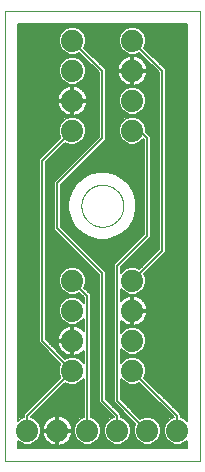
<source format=gtl>
G75*
%MOIN*%
%OFA0B0*%
%FSLAX25Y25*%
%IPPOS*%
%LPD*%
%AMOC8*
5,1,8,0,0,1.08239X$1,22.5*
%
%ADD10C,0.00000*%
%ADD11C,0.07400*%
%ADD12C,0.00600*%
D10*
X0001300Y0001300D02*
X0001300Y0151261D01*
X0066300Y0151300D01*
X0066300Y0001300D01*
X0001300Y0001300D01*
X0026800Y0086300D02*
X0026802Y0086472D01*
X0026808Y0086643D01*
X0026819Y0086815D01*
X0026834Y0086986D01*
X0026853Y0087157D01*
X0026876Y0087327D01*
X0026903Y0087497D01*
X0026935Y0087666D01*
X0026970Y0087834D01*
X0027010Y0088001D01*
X0027054Y0088167D01*
X0027101Y0088332D01*
X0027153Y0088496D01*
X0027209Y0088658D01*
X0027269Y0088819D01*
X0027333Y0088979D01*
X0027401Y0089137D01*
X0027472Y0089293D01*
X0027547Y0089447D01*
X0027627Y0089600D01*
X0027709Y0089750D01*
X0027796Y0089899D01*
X0027886Y0090045D01*
X0027980Y0090189D01*
X0028077Y0090331D01*
X0028178Y0090470D01*
X0028282Y0090607D01*
X0028389Y0090741D01*
X0028500Y0090872D01*
X0028613Y0091001D01*
X0028730Y0091127D01*
X0028850Y0091250D01*
X0028973Y0091370D01*
X0029099Y0091487D01*
X0029228Y0091600D01*
X0029359Y0091711D01*
X0029493Y0091818D01*
X0029630Y0091922D01*
X0029769Y0092023D01*
X0029911Y0092120D01*
X0030055Y0092214D01*
X0030201Y0092304D01*
X0030350Y0092391D01*
X0030500Y0092473D01*
X0030653Y0092553D01*
X0030807Y0092628D01*
X0030963Y0092699D01*
X0031121Y0092767D01*
X0031281Y0092831D01*
X0031442Y0092891D01*
X0031604Y0092947D01*
X0031768Y0092999D01*
X0031933Y0093046D01*
X0032099Y0093090D01*
X0032266Y0093130D01*
X0032434Y0093165D01*
X0032603Y0093197D01*
X0032773Y0093224D01*
X0032943Y0093247D01*
X0033114Y0093266D01*
X0033285Y0093281D01*
X0033457Y0093292D01*
X0033628Y0093298D01*
X0033800Y0093300D01*
X0033972Y0093298D01*
X0034143Y0093292D01*
X0034315Y0093281D01*
X0034486Y0093266D01*
X0034657Y0093247D01*
X0034827Y0093224D01*
X0034997Y0093197D01*
X0035166Y0093165D01*
X0035334Y0093130D01*
X0035501Y0093090D01*
X0035667Y0093046D01*
X0035832Y0092999D01*
X0035996Y0092947D01*
X0036158Y0092891D01*
X0036319Y0092831D01*
X0036479Y0092767D01*
X0036637Y0092699D01*
X0036793Y0092628D01*
X0036947Y0092553D01*
X0037100Y0092473D01*
X0037250Y0092391D01*
X0037399Y0092304D01*
X0037545Y0092214D01*
X0037689Y0092120D01*
X0037831Y0092023D01*
X0037970Y0091922D01*
X0038107Y0091818D01*
X0038241Y0091711D01*
X0038372Y0091600D01*
X0038501Y0091487D01*
X0038627Y0091370D01*
X0038750Y0091250D01*
X0038870Y0091127D01*
X0038987Y0091001D01*
X0039100Y0090872D01*
X0039211Y0090741D01*
X0039318Y0090607D01*
X0039422Y0090470D01*
X0039523Y0090331D01*
X0039620Y0090189D01*
X0039714Y0090045D01*
X0039804Y0089899D01*
X0039891Y0089750D01*
X0039973Y0089600D01*
X0040053Y0089447D01*
X0040128Y0089293D01*
X0040199Y0089137D01*
X0040267Y0088979D01*
X0040331Y0088819D01*
X0040391Y0088658D01*
X0040447Y0088496D01*
X0040499Y0088332D01*
X0040546Y0088167D01*
X0040590Y0088001D01*
X0040630Y0087834D01*
X0040665Y0087666D01*
X0040697Y0087497D01*
X0040724Y0087327D01*
X0040747Y0087157D01*
X0040766Y0086986D01*
X0040781Y0086815D01*
X0040792Y0086643D01*
X0040798Y0086472D01*
X0040800Y0086300D01*
X0040798Y0086128D01*
X0040792Y0085957D01*
X0040781Y0085785D01*
X0040766Y0085614D01*
X0040747Y0085443D01*
X0040724Y0085273D01*
X0040697Y0085103D01*
X0040665Y0084934D01*
X0040630Y0084766D01*
X0040590Y0084599D01*
X0040546Y0084433D01*
X0040499Y0084268D01*
X0040447Y0084104D01*
X0040391Y0083942D01*
X0040331Y0083781D01*
X0040267Y0083621D01*
X0040199Y0083463D01*
X0040128Y0083307D01*
X0040053Y0083153D01*
X0039973Y0083000D01*
X0039891Y0082850D01*
X0039804Y0082701D01*
X0039714Y0082555D01*
X0039620Y0082411D01*
X0039523Y0082269D01*
X0039422Y0082130D01*
X0039318Y0081993D01*
X0039211Y0081859D01*
X0039100Y0081728D01*
X0038987Y0081599D01*
X0038870Y0081473D01*
X0038750Y0081350D01*
X0038627Y0081230D01*
X0038501Y0081113D01*
X0038372Y0081000D01*
X0038241Y0080889D01*
X0038107Y0080782D01*
X0037970Y0080678D01*
X0037831Y0080577D01*
X0037689Y0080480D01*
X0037545Y0080386D01*
X0037399Y0080296D01*
X0037250Y0080209D01*
X0037100Y0080127D01*
X0036947Y0080047D01*
X0036793Y0079972D01*
X0036637Y0079901D01*
X0036479Y0079833D01*
X0036319Y0079769D01*
X0036158Y0079709D01*
X0035996Y0079653D01*
X0035832Y0079601D01*
X0035667Y0079554D01*
X0035501Y0079510D01*
X0035334Y0079470D01*
X0035166Y0079435D01*
X0034997Y0079403D01*
X0034827Y0079376D01*
X0034657Y0079353D01*
X0034486Y0079334D01*
X0034315Y0079319D01*
X0034143Y0079308D01*
X0033972Y0079302D01*
X0033800Y0079300D01*
X0033628Y0079302D01*
X0033457Y0079308D01*
X0033285Y0079319D01*
X0033114Y0079334D01*
X0032943Y0079353D01*
X0032773Y0079376D01*
X0032603Y0079403D01*
X0032434Y0079435D01*
X0032266Y0079470D01*
X0032099Y0079510D01*
X0031933Y0079554D01*
X0031768Y0079601D01*
X0031604Y0079653D01*
X0031442Y0079709D01*
X0031281Y0079769D01*
X0031121Y0079833D01*
X0030963Y0079901D01*
X0030807Y0079972D01*
X0030653Y0080047D01*
X0030500Y0080127D01*
X0030350Y0080209D01*
X0030201Y0080296D01*
X0030055Y0080386D01*
X0029911Y0080480D01*
X0029769Y0080577D01*
X0029630Y0080678D01*
X0029493Y0080782D01*
X0029359Y0080889D01*
X0029228Y0081000D01*
X0029099Y0081113D01*
X0028973Y0081230D01*
X0028850Y0081350D01*
X0028730Y0081473D01*
X0028613Y0081599D01*
X0028500Y0081728D01*
X0028389Y0081859D01*
X0028282Y0081993D01*
X0028178Y0082130D01*
X0028077Y0082269D01*
X0027980Y0082411D01*
X0027886Y0082555D01*
X0027796Y0082701D01*
X0027709Y0082850D01*
X0027627Y0083000D01*
X0027547Y0083153D01*
X0027472Y0083307D01*
X0027401Y0083463D01*
X0027333Y0083621D01*
X0027269Y0083781D01*
X0027209Y0083942D01*
X0027153Y0084104D01*
X0027101Y0084268D01*
X0027054Y0084433D01*
X0027010Y0084599D01*
X0026970Y0084766D01*
X0026935Y0084934D01*
X0026903Y0085103D01*
X0026876Y0085273D01*
X0026853Y0085443D01*
X0026834Y0085614D01*
X0026819Y0085785D01*
X0026808Y0085957D01*
X0026802Y0086128D01*
X0026800Y0086300D01*
D11*
X0023800Y0061300D03*
X0023800Y0051300D03*
X0023800Y0041300D03*
X0023800Y0031300D03*
X0018800Y0011300D03*
X0008800Y0011300D03*
X0028800Y0011300D03*
X0038800Y0011300D03*
X0043800Y0031300D03*
X0043800Y0041300D03*
X0043800Y0051300D03*
X0043800Y0061300D03*
X0043800Y0111300D03*
X0043800Y0121300D03*
X0043800Y0131300D03*
X0043800Y0141300D03*
X0023800Y0141300D03*
X0023800Y0131300D03*
X0023800Y0121300D03*
X0023800Y0111300D03*
X0048800Y0011300D03*
X0058800Y0011300D03*
D12*
X0058800Y0016300D01*
X0043800Y0031300D01*
X0041957Y0035515D02*
X0040000Y0035515D01*
X0040000Y0034917D02*
X0040912Y0034917D01*
X0041194Y0035200D02*
X0040000Y0034005D01*
X0040000Y0038595D01*
X0041194Y0037400D01*
X0042885Y0036700D01*
X0044715Y0036700D01*
X0046406Y0037400D01*
X0047700Y0038694D01*
X0048400Y0040385D01*
X0048400Y0042215D01*
X0047700Y0043906D01*
X0046406Y0045200D01*
X0044715Y0045900D01*
X0042885Y0045900D01*
X0041194Y0045200D01*
X0040000Y0044005D01*
X0040000Y0048029D01*
X0040543Y0047486D01*
X0041179Y0047024D01*
X0041881Y0046666D01*
X0042629Y0046423D01*
X0043406Y0046300D01*
X0043500Y0046300D01*
X0043500Y0051000D01*
X0044100Y0051000D01*
X0044100Y0051600D01*
X0043500Y0051600D01*
X0043500Y0056300D01*
X0043406Y0056300D01*
X0042629Y0056177D01*
X0041881Y0055934D01*
X0041179Y0055576D01*
X0040543Y0055114D01*
X0040000Y0054571D01*
X0040000Y0058595D01*
X0041194Y0057400D01*
X0042885Y0056700D01*
X0044715Y0056700D01*
X0046406Y0057400D01*
X0047700Y0058694D01*
X0048400Y0060385D01*
X0048400Y0062215D01*
X0047818Y0063621D01*
X0054297Y0070100D01*
X0055000Y0070803D01*
X0055000Y0131797D01*
X0047818Y0138979D01*
X0048400Y0140385D01*
X0048400Y0142215D01*
X0047700Y0143906D01*
X0046406Y0145200D01*
X0044715Y0145900D01*
X0042885Y0145900D01*
X0041194Y0145200D01*
X0039900Y0143906D01*
X0039200Y0142215D01*
X0039200Y0140385D01*
X0039900Y0138694D01*
X0041194Y0137400D01*
X0042885Y0136700D01*
X0044715Y0136700D01*
X0046121Y0137282D01*
X0052600Y0130803D01*
X0052600Y0071797D01*
X0046121Y0065318D01*
X0044715Y0065900D01*
X0042885Y0065900D01*
X0041194Y0065200D01*
X0040000Y0064005D01*
X0040000Y0065803D01*
X0050000Y0075803D01*
X0050000Y0109297D01*
X0049297Y0110000D01*
X0048400Y0110897D01*
X0048400Y0112215D01*
X0047700Y0113906D01*
X0046406Y0115200D01*
X0044715Y0115900D01*
X0042885Y0115900D01*
X0041194Y0115200D01*
X0039900Y0113906D01*
X0039200Y0112215D01*
X0039200Y0110385D01*
X0039900Y0108694D01*
X0041194Y0107400D01*
X0042885Y0106700D01*
X0044715Y0106700D01*
X0046406Y0107400D01*
X0047454Y0108449D01*
X0047600Y0108303D01*
X0047600Y0076797D01*
X0037600Y0066797D01*
X0037600Y0020803D01*
X0038303Y0020100D01*
X0044782Y0013621D01*
X0044200Y0012215D01*
X0044200Y0010385D01*
X0044900Y0008694D01*
X0046194Y0007400D01*
X0047885Y0006700D01*
X0049715Y0006700D01*
X0051406Y0007400D01*
X0052700Y0008694D01*
X0053400Y0010385D01*
X0053400Y0012215D01*
X0052700Y0013906D01*
X0051406Y0015200D01*
X0049715Y0015900D01*
X0047885Y0015900D01*
X0046479Y0015318D01*
X0040000Y0021797D01*
X0040000Y0028595D01*
X0041194Y0027400D01*
X0042885Y0026700D01*
X0044715Y0026700D01*
X0046121Y0027282D01*
X0057600Y0015803D01*
X0057600Y0015782D01*
X0056194Y0015200D01*
X0054900Y0013906D01*
X0054200Y0012215D01*
X0054200Y0010385D01*
X0054900Y0008694D01*
X0056194Y0007400D01*
X0057885Y0006700D01*
X0059715Y0006700D01*
X0061406Y0007400D01*
X0062000Y0007995D01*
X0062000Y0005600D01*
X0005600Y0005600D01*
X0005600Y0007995D01*
X0006194Y0007400D01*
X0007885Y0006700D01*
X0009715Y0006700D01*
X0011406Y0007400D01*
X0012700Y0008694D01*
X0013400Y0010385D01*
X0013400Y0012215D01*
X0012700Y0013906D01*
X0011406Y0015200D01*
X0010000Y0015782D01*
X0010000Y0015803D01*
X0021479Y0027282D01*
X0022885Y0026700D01*
X0024715Y0026700D01*
X0026406Y0027400D01*
X0027600Y0028595D01*
X0027600Y0015782D01*
X0026194Y0015200D01*
X0024900Y0013906D01*
X0024200Y0012215D01*
X0024200Y0010385D01*
X0024900Y0008694D01*
X0026194Y0007400D01*
X0027885Y0006700D01*
X0029715Y0006700D01*
X0031406Y0007400D01*
X0032700Y0008694D01*
X0033400Y0010385D01*
X0033400Y0012215D01*
X0032700Y0013906D01*
X0031406Y0015200D01*
X0030000Y0015782D01*
X0030000Y0056797D01*
X0029297Y0057500D01*
X0027818Y0058979D01*
X0028400Y0060385D01*
X0028400Y0062215D01*
X0027700Y0063906D01*
X0026406Y0065200D01*
X0024715Y0065900D01*
X0022885Y0065900D01*
X0021194Y0065200D01*
X0019900Y0063906D01*
X0019200Y0062215D01*
X0019200Y0060385D01*
X0019900Y0058694D01*
X0021194Y0057400D01*
X0022885Y0056700D01*
X0024715Y0056700D01*
X0026121Y0057282D01*
X0027600Y0055803D01*
X0027600Y0054005D01*
X0026406Y0055200D01*
X0024715Y0055900D01*
X0022885Y0055900D01*
X0021194Y0055200D01*
X0019900Y0053906D01*
X0019200Y0052215D01*
X0019200Y0050385D01*
X0019900Y0048694D01*
X0021194Y0047400D01*
X0022885Y0046700D01*
X0024715Y0046700D01*
X0026406Y0047400D01*
X0027600Y0048595D01*
X0027600Y0044571D01*
X0027057Y0045114D01*
X0026421Y0045576D01*
X0025719Y0045934D01*
X0024971Y0046177D01*
X0024194Y0046300D01*
X0024100Y0046300D01*
X0024100Y0041600D01*
X0023500Y0041600D01*
X0023500Y0046300D01*
X0023406Y0046300D01*
X0022629Y0046177D01*
X0021881Y0045934D01*
X0021179Y0045576D01*
X0020543Y0045114D01*
X0019986Y0044557D01*
X0019524Y0043921D01*
X0019166Y0043219D01*
X0018923Y0042471D01*
X0018800Y0041694D01*
X0018800Y0041600D01*
X0023500Y0041600D01*
X0023500Y0041000D01*
X0024100Y0041000D01*
X0024100Y0036300D01*
X0024194Y0036300D01*
X0024971Y0036423D01*
X0025719Y0036666D01*
X0026421Y0037024D01*
X0027057Y0037486D01*
X0027600Y0038029D01*
X0027600Y0034005D01*
X0026406Y0035200D01*
X0024715Y0035900D01*
X0022885Y0035900D01*
X0021479Y0035318D01*
X0015000Y0041797D01*
X0015000Y0100803D01*
X0021479Y0107282D01*
X0022885Y0106700D01*
X0024715Y0106700D01*
X0026406Y0107400D01*
X0027700Y0108694D01*
X0028400Y0110385D01*
X0028400Y0112215D01*
X0027700Y0113906D01*
X0026406Y0115200D01*
X0024715Y0115900D01*
X0022885Y0115900D01*
X0021194Y0115200D01*
X0019900Y0113906D01*
X0019200Y0112215D01*
X0019200Y0110385D01*
X0019782Y0108979D01*
X0012600Y0101797D01*
X0012600Y0040803D01*
X0013303Y0040100D01*
X0019782Y0033621D01*
X0019200Y0032215D01*
X0019200Y0030385D01*
X0019782Y0028979D01*
X0007600Y0016797D01*
X0007600Y0015782D01*
X0006194Y0015200D01*
X0005600Y0014605D01*
X0005600Y0146963D01*
X0062000Y0146997D01*
X0062000Y0014605D01*
X0061406Y0015200D01*
X0060000Y0015782D01*
X0060000Y0016797D01*
X0047818Y0028979D01*
X0048400Y0030385D01*
X0048400Y0032215D01*
X0047700Y0033906D01*
X0046406Y0035200D01*
X0044715Y0035900D01*
X0042885Y0035900D01*
X0041194Y0035200D01*
X0040313Y0034318D02*
X0040000Y0034318D01*
X0040000Y0036114D02*
X0062000Y0036114D01*
X0062000Y0036712D02*
X0044745Y0036712D01*
X0045643Y0035515D02*
X0062000Y0035515D01*
X0062000Y0034917D02*
X0046688Y0034917D01*
X0047287Y0034318D02*
X0062000Y0034318D01*
X0062000Y0033720D02*
X0047777Y0033720D01*
X0048025Y0033121D02*
X0062000Y0033121D01*
X0062000Y0032523D02*
X0048272Y0032523D01*
X0048400Y0031924D02*
X0062000Y0031924D01*
X0062000Y0031326D02*
X0048400Y0031326D01*
X0048400Y0030727D02*
X0062000Y0030727D01*
X0062000Y0030129D02*
X0048294Y0030129D01*
X0048046Y0029530D02*
X0062000Y0029530D01*
X0062000Y0028932D02*
X0047865Y0028932D01*
X0048464Y0028333D02*
X0062000Y0028333D01*
X0062000Y0027735D02*
X0049062Y0027735D01*
X0049661Y0027136D02*
X0062000Y0027136D01*
X0062000Y0026538D02*
X0050259Y0026538D01*
X0050858Y0025939D02*
X0062000Y0025939D01*
X0062000Y0025341D02*
X0051456Y0025341D01*
X0052055Y0024742D02*
X0062000Y0024742D01*
X0062000Y0024144D02*
X0052653Y0024144D01*
X0053252Y0023545D02*
X0062000Y0023545D01*
X0062000Y0022947D02*
X0053850Y0022947D01*
X0054449Y0022348D02*
X0062000Y0022348D01*
X0062000Y0021750D02*
X0055047Y0021750D01*
X0055646Y0021151D02*
X0062000Y0021151D01*
X0062000Y0020553D02*
X0056244Y0020553D01*
X0056843Y0019954D02*
X0062000Y0019954D01*
X0062000Y0019356D02*
X0057441Y0019356D01*
X0058040Y0018757D02*
X0062000Y0018757D01*
X0062000Y0018159D02*
X0058638Y0018159D01*
X0059237Y0017560D02*
X0062000Y0017560D01*
X0062000Y0016962D02*
X0059835Y0016962D01*
X0060000Y0016363D02*
X0062000Y0016363D01*
X0062000Y0015765D02*
X0060042Y0015765D01*
X0061439Y0015166D02*
X0062000Y0015166D01*
X0061989Y0007984D02*
X0062000Y0007984D01*
X0062000Y0007385D02*
X0061370Y0007385D01*
X0062000Y0006787D02*
X0059925Y0006787D01*
X0062000Y0006188D02*
X0005600Y0006188D01*
X0005600Y0006787D02*
X0007675Y0006787D01*
X0006230Y0007385D02*
X0005600Y0007385D01*
X0005600Y0007984D02*
X0005611Y0007984D01*
X0005600Y0015166D02*
X0006161Y0015166D01*
X0005600Y0015765D02*
X0007558Y0015765D01*
X0007600Y0016363D02*
X0005600Y0016363D01*
X0005600Y0016962D02*
X0007765Y0016962D01*
X0008363Y0017560D02*
X0005600Y0017560D01*
X0005600Y0018159D02*
X0008962Y0018159D01*
X0009560Y0018757D02*
X0005600Y0018757D01*
X0005600Y0019356D02*
X0010159Y0019356D01*
X0010757Y0019954D02*
X0005600Y0019954D01*
X0005600Y0020553D02*
X0011356Y0020553D01*
X0011954Y0021151D02*
X0005600Y0021151D01*
X0005600Y0021750D02*
X0012553Y0021750D01*
X0013151Y0022348D02*
X0005600Y0022348D01*
X0005600Y0022947D02*
X0013750Y0022947D01*
X0014348Y0023545D02*
X0005600Y0023545D01*
X0005600Y0024144D02*
X0014947Y0024144D01*
X0015545Y0024742D02*
X0005600Y0024742D01*
X0005600Y0025341D02*
X0016144Y0025341D01*
X0016742Y0025939D02*
X0005600Y0025939D01*
X0005600Y0026538D02*
X0017341Y0026538D01*
X0017939Y0027136D02*
X0005600Y0027136D01*
X0005600Y0027735D02*
X0018538Y0027735D01*
X0019136Y0028333D02*
X0005600Y0028333D01*
X0005600Y0028932D02*
X0019735Y0028932D01*
X0019554Y0029530D02*
X0005600Y0029530D01*
X0005600Y0030129D02*
X0019306Y0030129D01*
X0019200Y0030727D02*
X0005600Y0030727D01*
X0005600Y0031326D02*
X0019200Y0031326D01*
X0019200Y0031924D02*
X0005600Y0031924D01*
X0005600Y0032523D02*
X0019328Y0032523D01*
X0019575Y0033121D02*
X0005600Y0033121D01*
X0005600Y0033720D02*
X0019683Y0033720D01*
X0019085Y0034318D02*
X0005600Y0034318D01*
X0005600Y0034917D02*
X0018486Y0034917D01*
X0017888Y0035515D02*
X0005600Y0035515D01*
X0005600Y0036114D02*
X0017289Y0036114D01*
X0016691Y0036712D02*
X0005600Y0036712D01*
X0005600Y0037311D02*
X0016092Y0037311D01*
X0015493Y0037909D02*
X0005600Y0037909D01*
X0005600Y0038508D02*
X0014895Y0038508D01*
X0014296Y0039106D02*
X0005600Y0039106D01*
X0005600Y0039705D02*
X0013698Y0039705D01*
X0013099Y0040303D02*
X0005600Y0040303D01*
X0005600Y0040902D02*
X0012600Y0040902D01*
X0012600Y0041501D02*
X0005600Y0041501D01*
X0005600Y0042099D02*
X0012600Y0042099D01*
X0012600Y0042698D02*
X0005600Y0042698D01*
X0005600Y0043296D02*
X0012600Y0043296D01*
X0012600Y0043895D02*
X0005600Y0043895D01*
X0005600Y0044493D02*
X0012600Y0044493D01*
X0012600Y0045092D02*
X0005600Y0045092D01*
X0005600Y0045690D02*
X0012600Y0045690D01*
X0012600Y0046289D02*
X0005600Y0046289D01*
X0005600Y0046887D02*
X0012600Y0046887D01*
X0012600Y0047486D02*
X0005600Y0047486D01*
X0005600Y0048084D02*
X0012600Y0048084D01*
X0012600Y0048683D02*
X0005600Y0048683D01*
X0005600Y0049281D02*
X0012600Y0049281D01*
X0012600Y0049880D02*
X0005600Y0049880D01*
X0005600Y0050478D02*
X0012600Y0050478D01*
X0012600Y0051077D02*
X0005600Y0051077D01*
X0005600Y0051675D02*
X0012600Y0051675D01*
X0012600Y0052274D02*
X0005600Y0052274D01*
X0005600Y0052872D02*
X0012600Y0052872D01*
X0012600Y0053471D02*
X0005600Y0053471D01*
X0005600Y0054069D02*
X0012600Y0054069D01*
X0012600Y0054668D02*
X0005600Y0054668D01*
X0005600Y0055266D02*
X0012600Y0055266D01*
X0012600Y0055865D02*
X0005600Y0055865D01*
X0005600Y0056463D02*
X0012600Y0056463D01*
X0012600Y0057062D02*
X0005600Y0057062D01*
X0005600Y0057660D02*
X0012600Y0057660D01*
X0012600Y0058259D02*
X0005600Y0058259D01*
X0005600Y0058857D02*
X0012600Y0058857D01*
X0012600Y0059456D02*
X0005600Y0059456D01*
X0005600Y0060054D02*
X0012600Y0060054D01*
X0012600Y0060653D02*
X0005600Y0060653D01*
X0005600Y0061251D02*
X0012600Y0061251D01*
X0012600Y0061850D02*
X0005600Y0061850D01*
X0005600Y0062448D02*
X0012600Y0062448D01*
X0012600Y0063047D02*
X0005600Y0063047D01*
X0005600Y0063645D02*
X0012600Y0063645D01*
X0012600Y0064244D02*
X0005600Y0064244D01*
X0005600Y0064842D02*
X0012600Y0064842D01*
X0012600Y0065441D02*
X0005600Y0065441D01*
X0005600Y0066039D02*
X0012600Y0066039D01*
X0012600Y0066638D02*
X0005600Y0066638D01*
X0005600Y0067237D02*
X0012600Y0067237D01*
X0012600Y0067835D02*
X0005600Y0067835D01*
X0005600Y0068434D02*
X0012600Y0068434D01*
X0012600Y0069032D02*
X0005600Y0069032D01*
X0005600Y0069631D02*
X0012600Y0069631D01*
X0012600Y0070229D02*
X0005600Y0070229D01*
X0005600Y0070828D02*
X0012600Y0070828D01*
X0012600Y0071426D02*
X0005600Y0071426D01*
X0005600Y0072025D02*
X0012600Y0072025D01*
X0012600Y0072623D02*
X0005600Y0072623D01*
X0005600Y0073222D02*
X0012600Y0073222D01*
X0012600Y0073820D02*
X0005600Y0073820D01*
X0005600Y0074419D02*
X0012600Y0074419D01*
X0012600Y0075017D02*
X0005600Y0075017D01*
X0005600Y0075616D02*
X0012600Y0075616D01*
X0012600Y0076214D02*
X0005600Y0076214D01*
X0005600Y0076813D02*
X0012600Y0076813D01*
X0012600Y0077411D02*
X0005600Y0077411D01*
X0005600Y0078010D02*
X0012600Y0078010D01*
X0012600Y0078608D02*
X0005600Y0078608D01*
X0005600Y0079207D02*
X0012600Y0079207D01*
X0012600Y0079805D02*
X0005600Y0079805D01*
X0005600Y0080404D02*
X0012600Y0080404D01*
X0012600Y0081002D02*
X0005600Y0081002D01*
X0005600Y0081601D02*
X0012600Y0081601D01*
X0012600Y0082199D02*
X0005600Y0082199D01*
X0005600Y0082798D02*
X0012600Y0082798D01*
X0012600Y0083396D02*
X0005600Y0083396D01*
X0005600Y0083995D02*
X0012600Y0083995D01*
X0012600Y0084593D02*
X0005600Y0084593D01*
X0005600Y0085192D02*
X0012600Y0085192D01*
X0012600Y0085790D02*
X0005600Y0085790D01*
X0005600Y0086389D02*
X0012600Y0086389D01*
X0012600Y0086987D02*
X0005600Y0086987D01*
X0005600Y0087586D02*
X0012600Y0087586D01*
X0012600Y0088184D02*
X0005600Y0088184D01*
X0005600Y0088783D02*
X0012600Y0088783D01*
X0012600Y0089381D02*
X0005600Y0089381D01*
X0005600Y0089980D02*
X0012600Y0089980D01*
X0012600Y0090578D02*
X0005600Y0090578D01*
X0005600Y0091177D02*
X0012600Y0091177D01*
X0012600Y0091775D02*
X0005600Y0091775D01*
X0005600Y0092374D02*
X0012600Y0092374D01*
X0012600Y0092972D02*
X0005600Y0092972D01*
X0005600Y0093571D02*
X0012600Y0093571D01*
X0012600Y0094170D02*
X0005600Y0094170D01*
X0005600Y0094768D02*
X0012600Y0094768D01*
X0012600Y0095367D02*
X0005600Y0095367D01*
X0005600Y0095965D02*
X0012600Y0095965D01*
X0012600Y0096564D02*
X0005600Y0096564D01*
X0005600Y0097162D02*
X0012600Y0097162D01*
X0012600Y0097761D02*
X0005600Y0097761D01*
X0005600Y0098359D02*
X0012600Y0098359D01*
X0012600Y0098958D02*
X0005600Y0098958D01*
X0005600Y0099556D02*
X0012600Y0099556D01*
X0012600Y0100155D02*
X0005600Y0100155D01*
X0005600Y0100753D02*
X0012600Y0100753D01*
X0012600Y0101352D02*
X0005600Y0101352D01*
X0005600Y0101950D02*
X0012753Y0101950D01*
X0013352Y0102549D02*
X0005600Y0102549D01*
X0005600Y0103147D02*
X0013950Y0103147D01*
X0014549Y0103746D02*
X0005600Y0103746D01*
X0005600Y0104344D02*
X0015147Y0104344D01*
X0015746Y0104943D02*
X0005600Y0104943D01*
X0005600Y0105541D02*
X0016344Y0105541D01*
X0016943Y0106140D02*
X0005600Y0106140D01*
X0005600Y0106738D02*
X0017541Y0106738D01*
X0018140Y0107337D02*
X0005600Y0107337D01*
X0005600Y0107935D02*
X0018738Y0107935D01*
X0019337Y0108534D02*
X0005600Y0108534D01*
X0005600Y0109132D02*
X0019719Y0109132D01*
X0019471Y0109731D02*
X0005600Y0109731D01*
X0005600Y0110329D02*
X0019223Y0110329D01*
X0019200Y0110928D02*
X0005600Y0110928D01*
X0005600Y0111526D02*
X0019200Y0111526D01*
X0019200Y0112125D02*
X0005600Y0112125D01*
X0005600Y0112723D02*
X0019411Y0112723D01*
X0019658Y0113322D02*
X0005600Y0113322D01*
X0005600Y0113920D02*
X0019915Y0113920D01*
X0020514Y0114519D02*
X0005600Y0114519D01*
X0005600Y0115117D02*
X0021112Y0115117D01*
X0021881Y0116666D02*
X0021179Y0117024D01*
X0020543Y0117486D01*
X0019986Y0118043D01*
X0019524Y0118679D01*
X0019166Y0119381D01*
X0018923Y0120129D01*
X0018800Y0120906D01*
X0018800Y0121000D01*
X0023500Y0121000D01*
X0024100Y0121000D01*
X0024100Y0121600D01*
X0028800Y0121600D01*
X0028800Y0121694D01*
X0028677Y0122471D01*
X0028434Y0123219D01*
X0028076Y0123921D01*
X0027614Y0124557D01*
X0027057Y0125114D01*
X0026421Y0125576D01*
X0025719Y0125934D01*
X0024971Y0126177D01*
X0024194Y0126300D01*
X0024100Y0126300D01*
X0024100Y0121600D01*
X0023500Y0121600D01*
X0023500Y0126300D01*
X0023406Y0126300D01*
X0022629Y0126177D01*
X0021881Y0125934D01*
X0021179Y0125576D01*
X0020543Y0125114D01*
X0019986Y0124557D01*
X0019524Y0123921D01*
X0019166Y0123219D01*
X0018923Y0122471D01*
X0018800Y0121694D01*
X0018800Y0121600D01*
X0023500Y0121600D01*
X0023500Y0121000D01*
X0023500Y0116300D01*
X0023406Y0116300D01*
X0022629Y0116423D01*
X0021881Y0116666D01*
X0021397Y0116913D02*
X0005600Y0116913D01*
X0005600Y0117511D02*
X0020517Y0117511D01*
X0019937Y0118110D02*
X0005600Y0118110D01*
X0005600Y0118708D02*
X0019509Y0118708D01*
X0019204Y0119307D02*
X0005600Y0119307D01*
X0005600Y0119905D02*
X0018996Y0119905D01*
X0018864Y0120504D02*
X0005600Y0120504D01*
X0005600Y0121103D02*
X0023500Y0121103D01*
X0023500Y0121701D02*
X0024100Y0121701D01*
X0024100Y0121103D02*
X0032600Y0121103D01*
X0032600Y0121701D02*
X0028799Y0121701D01*
X0028704Y0122300D02*
X0032600Y0122300D01*
X0032600Y0122898D02*
X0028538Y0122898D01*
X0028292Y0123497D02*
X0032600Y0123497D01*
X0032600Y0124095D02*
X0027950Y0124095D01*
X0027477Y0124694D02*
X0032600Y0124694D01*
X0032600Y0125292D02*
X0026812Y0125292D01*
X0025804Y0125891D02*
X0032600Y0125891D01*
X0032600Y0126489D02*
X0005600Y0126489D01*
X0005600Y0125891D02*
X0021796Y0125891D01*
X0021949Y0127088D02*
X0005600Y0127088D01*
X0005600Y0127686D02*
X0020908Y0127686D01*
X0021194Y0127400D02*
X0019900Y0128694D01*
X0019200Y0130385D01*
X0019200Y0132215D01*
X0019900Y0133906D01*
X0021194Y0135200D01*
X0022885Y0135900D01*
X0024715Y0135900D01*
X0026406Y0135200D01*
X0027700Y0133906D01*
X0028400Y0132215D01*
X0028400Y0130385D01*
X0027700Y0128694D01*
X0026406Y0127400D01*
X0024715Y0126700D01*
X0022885Y0126700D01*
X0021194Y0127400D01*
X0020310Y0128285D02*
X0005600Y0128285D01*
X0005600Y0128883D02*
X0019822Y0128883D01*
X0019574Y0129482D02*
X0005600Y0129482D01*
X0005600Y0130080D02*
X0019326Y0130080D01*
X0019200Y0130679D02*
X0005600Y0130679D01*
X0005600Y0131277D02*
X0019200Y0131277D01*
X0019200Y0131876D02*
X0005600Y0131876D01*
X0005600Y0132474D02*
X0019307Y0132474D01*
X0019555Y0133073D02*
X0005600Y0133073D01*
X0005600Y0133671D02*
X0019803Y0133671D01*
X0020264Y0134270D02*
X0005600Y0134270D01*
X0005600Y0134868D02*
X0020863Y0134868D01*
X0021527Y0137262D02*
X0005600Y0137262D01*
X0005600Y0136664D02*
X0026739Y0136664D01*
X0026141Y0137262D02*
X0026073Y0137262D01*
X0026121Y0137282D02*
X0032600Y0130803D01*
X0032600Y0109297D01*
X0018303Y0095000D01*
X0017600Y0094297D01*
X0017600Y0078303D01*
X0032600Y0063303D01*
X0032600Y0020803D01*
X0033303Y0020100D01*
X0037600Y0015803D01*
X0037600Y0015782D01*
X0036194Y0015200D01*
X0034900Y0013906D01*
X0034200Y0012215D01*
X0034200Y0010385D01*
X0034900Y0008694D01*
X0036194Y0007400D01*
X0037885Y0006700D01*
X0039715Y0006700D01*
X0041406Y0007400D01*
X0042700Y0008694D01*
X0043400Y0010385D01*
X0043400Y0012215D01*
X0042700Y0013906D01*
X0041406Y0015200D01*
X0040000Y0015782D01*
X0040000Y0016797D01*
X0035000Y0021797D01*
X0035000Y0064297D01*
X0020000Y0079297D01*
X0020000Y0093303D01*
X0035000Y0108303D01*
X0035000Y0131797D01*
X0027818Y0138979D01*
X0028400Y0140385D01*
X0028400Y0142215D01*
X0027700Y0143906D01*
X0026406Y0145200D01*
X0024715Y0145900D01*
X0022885Y0145900D01*
X0021194Y0145200D01*
X0019900Y0143906D01*
X0019200Y0142215D01*
X0019200Y0140385D01*
X0019900Y0138694D01*
X0021194Y0137400D01*
X0022885Y0136700D01*
X0024715Y0136700D01*
X0026121Y0137282D01*
X0025761Y0135467D02*
X0027936Y0135467D01*
X0027338Y0136065D02*
X0005600Y0136065D01*
X0005600Y0135467D02*
X0021839Y0135467D01*
X0020734Y0137861D02*
X0005600Y0137861D01*
X0005600Y0138459D02*
X0020135Y0138459D01*
X0019750Y0139058D02*
X0005600Y0139058D01*
X0005600Y0139656D02*
X0019502Y0139656D01*
X0019254Y0140255D02*
X0005600Y0140255D01*
X0005600Y0140853D02*
X0019200Y0140853D01*
X0019200Y0141452D02*
X0005600Y0141452D01*
X0005600Y0142050D02*
X0019200Y0142050D01*
X0019380Y0142649D02*
X0005600Y0142649D01*
X0005600Y0143247D02*
X0019628Y0143247D01*
X0019876Y0143846D02*
X0005600Y0143846D01*
X0005600Y0144444D02*
X0020439Y0144444D01*
X0021038Y0145043D02*
X0005600Y0145043D01*
X0005600Y0145641D02*
X0022261Y0145641D01*
X0023800Y0141300D02*
X0033800Y0131300D01*
X0033800Y0108800D01*
X0018800Y0093800D01*
X0018800Y0078800D01*
X0033800Y0063800D01*
X0033800Y0021300D01*
X0038800Y0016300D01*
X0038800Y0011300D01*
X0037558Y0015765D02*
X0030042Y0015765D01*
X0030000Y0016363D02*
X0037040Y0016363D01*
X0036441Y0016962D02*
X0030000Y0016962D01*
X0030000Y0017560D02*
X0035843Y0017560D01*
X0035244Y0018159D02*
X0030000Y0018159D01*
X0030000Y0018757D02*
X0034646Y0018757D01*
X0034047Y0019356D02*
X0030000Y0019356D01*
X0030000Y0019954D02*
X0033449Y0019954D01*
X0032850Y0020553D02*
X0030000Y0020553D01*
X0030000Y0021151D02*
X0032600Y0021151D01*
X0032600Y0021750D02*
X0030000Y0021750D01*
X0030000Y0022348D02*
X0032600Y0022348D01*
X0032600Y0022947D02*
X0030000Y0022947D01*
X0030000Y0023545D02*
X0032600Y0023545D01*
X0032600Y0024144D02*
X0030000Y0024144D01*
X0030000Y0024742D02*
X0032600Y0024742D01*
X0032600Y0025341D02*
X0030000Y0025341D01*
X0030000Y0025939D02*
X0032600Y0025939D01*
X0032600Y0026538D02*
X0030000Y0026538D01*
X0030000Y0027136D02*
X0032600Y0027136D01*
X0032600Y0027735D02*
X0030000Y0027735D01*
X0030000Y0028333D02*
X0032600Y0028333D01*
X0032600Y0028932D02*
X0030000Y0028932D01*
X0030000Y0029530D02*
X0032600Y0029530D01*
X0032600Y0030129D02*
X0030000Y0030129D01*
X0030000Y0030727D02*
X0032600Y0030727D01*
X0032600Y0031326D02*
X0030000Y0031326D01*
X0030000Y0031924D02*
X0032600Y0031924D01*
X0032600Y0032523D02*
X0030000Y0032523D01*
X0030000Y0033121D02*
X0032600Y0033121D01*
X0032600Y0033720D02*
X0030000Y0033720D01*
X0030000Y0034318D02*
X0032600Y0034318D01*
X0032600Y0034917D02*
X0030000Y0034917D01*
X0030000Y0035515D02*
X0032600Y0035515D01*
X0032600Y0036114D02*
X0030000Y0036114D01*
X0030000Y0036712D02*
X0032600Y0036712D01*
X0032600Y0037311D02*
X0030000Y0037311D01*
X0030000Y0037909D02*
X0032600Y0037909D01*
X0032600Y0038508D02*
X0030000Y0038508D01*
X0030000Y0039106D02*
X0032600Y0039106D01*
X0032600Y0039705D02*
X0030000Y0039705D01*
X0030000Y0040303D02*
X0032600Y0040303D01*
X0032600Y0040902D02*
X0030000Y0040902D01*
X0030000Y0041501D02*
X0032600Y0041501D01*
X0032600Y0042099D02*
X0030000Y0042099D01*
X0030000Y0042698D02*
X0032600Y0042698D01*
X0032600Y0043296D02*
X0030000Y0043296D01*
X0030000Y0043895D02*
X0032600Y0043895D01*
X0032600Y0044493D02*
X0030000Y0044493D01*
X0030000Y0045092D02*
X0032600Y0045092D01*
X0032600Y0045690D02*
X0030000Y0045690D01*
X0030000Y0046289D02*
X0032600Y0046289D01*
X0032600Y0046887D02*
X0030000Y0046887D01*
X0030000Y0047486D02*
X0032600Y0047486D01*
X0032600Y0048084D02*
X0030000Y0048084D01*
X0030000Y0048683D02*
X0032600Y0048683D01*
X0032600Y0049281D02*
X0030000Y0049281D01*
X0030000Y0049880D02*
X0032600Y0049880D01*
X0032600Y0050478D02*
X0030000Y0050478D01*
X0030000Y0051077D02*
X0032600Y0051077D01*
X0032600Y0051675D02*
X0030000Y0051675D01*
X0030000Y0052274D02*
X0032600Y0052274D01*
X0032600Y0052872D02*
X0030000Y0052872D01*
X0030000Y0053471D02*
X0032600Y0053471D01*
X0032600Y0054069D02*
X0030000Y0054069D01*
X0030000Y0054668D02*
X0032600Y0054668D01*
X0032600Y0055266D02*
X0030000Y0055266D01*
X0030000Y0055865D02*
X0032600Y0055865D01*
X0032600Y0056463D02*
X0030000Y0056463D01*
X0029735Y0057062D02*
X0032600Y0057062D01*
X0032600Y0057660D02*
X0029137Y0057660D01*
X0028538Y0058259D02*
X0032600Y0058259D01*
X0032600Y0058857D02*
X0027940Y0058857D01*
X0028015Y0059456D02*
X0032600Y0059456D01*
X0032600Y0060054D02*
X0028263Y0060054D01*
X0028400Y0060653D02*
X0032600Y0060653D01*
X0032600Y0061251D02*
X0028400Y0061251D01*
X0028400Y0061850D02*
X0032600Y0061850D01*
X0032600Y0062448D02*
X0028303Y0062448D01*
X0028055Y0063047D02*
X0032600Y0063047D01*
X0032258Y0063645D02*
X0027807Y0063645D01*
X0027361Y0064244D02*
X0031659Y0064244D01*
X0031060Y0064842D02*
X0026763Y0064842D01*
X0025823Y0065441D02*
X0030462Y0065441D01*
X0029863Y0066039D02*
X0015000Y0066039D01*
X0015000Y0065441D02*
X0021777Y0065441D01*
X0020837Y0064842D02*
X0015000Y0064842D01*
X0015000Y0064244D02*
X0020239Y0064244D01*
X0019793Y0063645D02*
X0015000Y0063645D01*
X0015000Y0063047D02*
X0019545Y0063047D01*
X0019297Y0062448D02*
X0015000Y0062448D01*
X0015000Y0061850D02*
X0019200Y0061850D01*
X0019200Y0061251D02*
X0015000Y0061251D01*
X0015000Y0060653D02*
X0019200Y0060653D01*
X0019337Y0060054D02*
X0015000Y0060054D01*
X0015000Y0059456D02*
X0019585Y0059456D01*
X0019833Y0058857D02*
X0015000Y0058857D01*
X0015000Y0058259D02*
X0020336Y0058259D01*
X0020934Y0057660D02*
X0015000Y0057660D01*
X0015000Y0057062D02*
X0022012Y0057062D01*
X0022800Y0055865D02*
X0015000Y0055865D01*
X0015000Y0056463D02*
X0026940Y0056463D01*
X0027538Y0055865D02*
X0024800Y0055865D01*
X0025588Y0057062D02*
X0026341Y0057062D01*
X0026245Y0055266D02*
X0027600Y0055266D01*
X0027600Y0054668D02*
X0026938Y0054668D01*
X0027536Y0054069D02*
X0027600Y0054069D01*
X0028800Y0056300D02*
X0028800Y0011300D01*
X0027558Y0015765D02*
X0021051Y0015765D01*
X0020719Y0015934D02*
X0021421Y0015576D01*
X0022057Y0015114D01*
X0022614Y0014557D01*
X0023076Y0013921D01*
X0023434Y0013219D01*
X0023677Y0012471D01*
X0023800Y0011694D01*
X0023800Y0011600D01*
X0019100Y0011600D01*
X0018500Y0011600D01*
X0018500Y0016300D01*
X0018406Y0016300D01*
X0017629Y0016177D01*
X0016881Y0015934D01*
X0016179Y0015576D01*
X0015543Y0015114D01*
X0014986Y0014557D01*
X0014524Y0013921D01*
X0014166Y0013219D01*
X0013923Y0012471D01*
X0013800Y0011694D01*
X0013800Y0011600D01*
X0018500Y0011600D01*
X0018500Y0011000D01*
X0013800Y0011000D01*
X0013800Y0010906D01*
X0013923Y0010129D01*
X0014166Y0009381D01*
X0014524Y0008679D01*
X0014986Y0008043D01*
X0015543Y0007486D01*
X0016179Y0007024D01*
X0016881Y0006666D01*
X0017629Y0006423D01*
X0018406Y0006300D01*
X0018500Y0006300D01*
X0018500Y0011000D01*
X0019100Y0011000D01*
X0019100Y0011600D01*
X0019100Y0016300D01*
X0019194Y0016300D01*
X0019971Y0016177D01*
X0020719Y0015934D01*
X0021985Y0015166D02*
X0026161Y0015166D01*
X0025562Y0014568D02*
X0022604Y0014568D01*
X0023041Y0013969D02*
X0024964Y0013969D01*
X0024679Y0013370D02*
X0023357Y0013370D01*
X0023579Y0012772D02*
X0024431Y0012772D01*
X0024200Y0012173D02*
X0023724Y0012173D01*
X0024200Y0011575D02*
X0019100Y0011575D01*
X0019100Y0011000D02*
X0023800Y0011000D01*
X0023800Y0010906D01*
X0023677Y0010129D01*
X0023434Y0009381D01*
X0023076Y0008679D01*
X0022614Y0008043D01*
X0022057Y0007486D01*
X0021421Y0007024D01*
X0020719Y0006666D01*
X0019971Y0006423D01*
X0019194Y0006300D01*
X0019100Y0006300D01*
X0019100Y0011000D01*
X0019100Y0010976D02*
X0018500Y0010976D01*
X0018500Y0010378D02*
X0019100Y0010378D01*
X0019100Y0009779D02*
X0018500Y0009779D01*
X0018500Y0009181D02*
X0019100Y0009181D01*
X0019100Y0008582D02*
X0018500Y0008582D01*
X0018500Y0007984D02*
X0019100Y0007984D01*
X0019100Y0007385D02*
X0018500Y0007385D01*
X0018500Y0006787D02*
X0019100Y0006787D01*
X0020956Y0006787D02*
X0027675Y0006787D01*
X0026230Y0007385D02*
X0021918Y0007385D01*
X0022555Y0007984D02*
X0025611Y0007984D01*
X0025012Y0008582D02*
X0023006Y0008582D01*
X0023332Y0009181D02*
X0024699Y0009181D01*
X0024451Y0009779D02*
X0023563Y0009779D01*
X0023716Y0010378D02*
X0024203Y0010378D01*
X0024200Y0010976D02*
X0023800Y0010976D01*
X0027600Y0016363D02*
X0010560Y0016363D01*
X0010042Y0015765D02*
X0016549Y0015765D01*
X0015615Y0015166D02*
X0011439Y0015166D01*
X0012038Y0014568D02*
X0014996Y0014568D01*
X0014559Y0013969D02*
X0012636Y0013969D01*
X0012921Y0013370D02*
X0014243Y0013370D01*
X0014021Y0012772D02*
X0013169Y0012772D01*
X0013400Y0012173D02*
X0013876Y0012173D01*
X0013400Y0011575D02*
X0018500Y0011575D01*
X0018500Y0012173D02*
X0019100Y0012173D01*
X0019100Y0012772D02*
X0018500Y0012772D01*
X0018500Y0013370D02*
X0019100Y0013370D01*
X0019100Y0013969D02*
X0018500Y0013969D01*
X0018500Y0014568D02*
X0019100Y0014568D01*
X0019100Y0015166D02*
X0018500Y0015166D01*
X0018500Y0015765D02*
X0019100Y0015765D01*
X0016545Y0022348D02*
X0027600Y0022348D01*
X0027600Y0021750D02*
X0015947Y0021750D01*
X0015348Y0021151D02*
X0027600Y0021151D01*
X0027600Y0020553D02*
X0014750Y0020553D01*
X0014151Y0019954D02*
X0027600Y0019954D01*
X0027600Y0019356D02*
X0013553Y0019356D01*
X0012954Y0018757D02*
X0027600Y0018757D01*
X0027600Y0018159D02*
X0012356Y0018159D01*
X0011757Y0017560D02*
X0027600Y0017560D01*
X0027600Y0016962D02*
X0011159Y0016962D01*
X0008800Y0016300D02*
X0023800Y0031300D01*
X0013800Y0041300D01*
X0013800Y0101300D01*
X0023800Y0111300D01*
X0022441Y0115716D02*
X0005600Y0115716D01*
X0005600Y0116314D02*
X0023315Y0116314D01*
X0023500Y0116314D02*
X0024100Y0116314D01*
X0024100Y0116300D02*
X0024194Y0116300D01*
X0024971Y0116423D01*
X0025719Y0116666D01*
X0026421Y0117024D01*
X0027057Y0117486D01*
X0027614Y0118043D01*
X0028076Y0118679D01*
X0028434Y0119381D01*
X0028677Y0120129D01*
X0028800Y0120906D01*
X0028800Y0121000D01*
X0024100Y0121000D01*
X0024100Y0116300D01*
X0024285Y0116314D02*
X0032600Y0116314D01*
X0032600Y0115716D02*
X0025159Y0115716D01*
X0026203Y0116913D02*
X0032600Y0116913D01*
X0032600Y0117511D02*
X0027083Y0117511D01*
X0027663Y0118110D02*
X0032600Y0118110D01*
X0032600Y0118708D02*
X0028091Y0118708D01*
X0028396Y0119307D02*
X0032600Y0119307D01*
X0032600Y0119905D02*
X0028604Y0119905D01*
X0028736Y0120504D02*
X0032600Y0120504D01*
X0035000Y0120504D02*
X0039200Y0120504D01*
X0039200Y0120385D02*
X0039900Y0118694D01*
X0041194Y0117400D01*
X0042885Y0116700D01*
X0044715Y0116700D01*
X0046406Y0117400D01*
X0047700Y0118694D01*
X0048400Y0120385D01*
X0048400Y0122215D01*
X0047700Y0123906D01*
X0046406Y0125200D01*
X0044715Y0125900D01*
X0042885Y0125900D01*
X0041194Y0125200D01*
X0039900Y0123906D01*
X0039200Y0122215D01*
X0039200Y0120385D01*
X0039399Y0119905D02*
X0035000Y0119905D01*
X0035000Y0119307D02*
X0039647Y0119307D01*
X0039894Y0118708D02*
X0035000Y0118708D01*
X0035000Y0118110D02*
X0040485Y0118110D01*
X0041083Y0117511D02*
X0035000Y0117511D01*
X0035000Y0116913D02*
X0042371Y0116913D01*
X0042441Y0115716D02*
X0035000Y0115716D01*
X0035000Y0116314D02*
X0052600Y0116314D01*
X0052600Y0115716D02*
X0045159Y0115716D01*
X0045229Y0116913D02*
X0052600Y0116913D01*
X0052600Y0117511D02*
X0046517Y0117511D01*
X0047115Y0118110D02*
X0052600Y0118110D01*
X0052600Y0118708D02*
X0047706Y0118708D01*
X0047953Y0119307D02*
X0052600Y0119307D01*
X0052600Y0119905D02*
X0048201Y0119905D01*
X0048400Y0120504D02*
X0052600Y0120504D01*
X0052600Y0121103D02*
X0048400Y0121103D01*
X0048400Y0121701D02*
X0052600Y0121701D01*
X0052600Y0122300D02*
X0048365Y0122300D01*
X0048117Y0122898D02*
X0052600Y0122898D01*
X0052600Y0123497D02*
X0047869Y0123497D01*
X0047510Y0124095D02*
X0052600Y0124095D01*
X0052600Y0124694D02*
X0046912Y0124694D01*
X0046183Y0125292D02*
X0052600Y0125292D01*
X0052600Y0125891D02*
X0044738Y0125891D01*
X0044971Y0126423D02*
X0045719Y0126666D01*
X0046421Y0127024D01*
X0047057Y0127486D01*
X0047614Y0128043D01*
X0048076Y0128679D01*
X0048434Y0129381D01*
X0048677Y0130129D01*
X0048800Y0130906D01*
X0048800Y0131000D01*
X0044100Y0131000D01*
X0044100Y0131600D01*
X0048800Y0131600D01*
X0048800Y0131694D01*
X0048677Y0132471D01*
X0048434Y0133219D01*
X0048076Y0133921D01*
X0047614Y0134557D01*
X0047057Y0135114D01*
X0046421Y0135576D01*
X0045719Y0135934D01*
X0044971Y0136177D01*
X0044194Y0136300D01*
X0044100Y0136300D01*
X0044100Y0131600D01*
X0043500Y0131600D01*
X0043500Y0136300D01*
X0043406Y0136300D01*
X0042629Y0136177D01*
X0041881Y0135934D01*
X0041179Y0135576D01*
X0040543Y0135114D01*
X0039986Y0134557D01*
X0039524Y0133921D01*
X0039166Y0133219D01*
X0038923Y0132471D01*
X0038800Y0131694D01*
X0038800Y0131600D01*
X0043500Y0131600D01*
X0043500Y0131000D01*
X0044100Y0131000D01*
X0044100Y0126300D01*
X0044194Y0126300D01*
X0044971Y0126423D01*
X0045174Y0126489D02*
X0052600Y0126489D01*
X0052600Y0127088D02*
X0046509Y0127088D01*
X0047257Y0127686D02*
X0052600Y0127686D01*
X0052600Y0128285D02*
X0047790Y0128285D01*
X0048180Y0128883D02*
X0052600Y0128883D01*
X0052600Y0129482D02*
X0048466Y0129482D01*
X0048661Y0130080D02*
X0052600Y0130080D01*
X0052600Y0130679D02*
X0048764Y0130679D01*
X0048771Y0131876D02*
X0051527Y0131876D01*
X0050929Y0132474D02*
X0048676Y0132474D01*
X0048481Y0133073D02*
X0050330Y0133073D01*
X0049732Y0133671D02*
X0048203Y0133671D01*
X0047823Y0134270D02*
X0049133Y0134270D01*
X0048535Y0134868D02*
X0047303Y0134868D01*
X0047936Y0135467D02*
X0046571Y0135467D01*
X0047338Y0136065D02*
X0045314Y0136065D01*
X0046073Y0137262D02*
X0046141Y0137262D01*
X0046739Y0136664D02*
X0030133Y0136664D01*
X0029535Y0137262D02*
X0041527Y0137262D01*
X0040734Y0137861D02*
X0028936Y0137861D01*
X0028338Y0138459D02*
X0040135Y0138459D01*
X0039750Y0139058D02*
X0027850Y0139058D01*
X0028098Y0139656D02*
X0039502Y0139656D01*
X0039254Y0140255D02*
X0028346Y0140255D01*
X0028400Y0140853D02*
X0039200Y0140853D01*
X0039200Y0141452D02*
X0028400Y0141452D01*
X0028400Y0142050D02*
X0039200Y0142050D01*
X0039380Y0142649D02*
X0028220Y0142649D01*
X0027972Y0143247D02*
X0039628Y0143247D01*
X0039876Y0143846D02*
X0027724Y0143846D01*
X0027161Y0144444D02*
X0040439Y0144444D01*
X0041038Y0145043D02*
X0026562Y0145043D01*
X0025339Y0145641D02*
X0042261Y0145641D01*
X0043800Y0141300D02*
X0053800Y0131300D01*
X0053800Y0071300D01*
X0043800Y0061300D01*
X0045588Y0057062D02*
X0062000Y0057062D01*
X0062000Y0057660D02*
X0046666Y0057660D01*
X0047264Y0058259D02*
X0062000Y0058259D01*
X0062000Y0058857D02*
X0047767Y0058857D01*
X0048015Y0059456D02*
X0062000Y0059456D01*
X0062000Y0060054D02*
X0048263Y0060054D01*
X0048400Y0060653D02*
X0062000Y0060653D01*
X0062000Y0061251D02*
X0048400Y0061251D01*
X0048400Y0061850D02*
X0062000Y0061850D01*
X0062000Y0062448D02*
X0048303Y0062448D01*
X0048055Y0063047D02*
X0062000Y0063047D01*
X0062000Y0063645D02*
X0047842Y0063645D01*
X0048441Y0064244D02*
X0062000Y0064244D01*
X0062000Y0064842D02*
X0049040Y0064842D01*
X0049638Y0065441D02*
X0062000Y0065441D01*
X0062000Y0066039D02*
X0050237Y0066039D01*
X0050835Y0066638D02*
X0062000Y0066638D01*
X0062000Y0067237D02*
X0051434Y0067237D01*
X0052032Y0067835D02*
X0062000Y0067835D01*
X0062000Y0068434D02*
X0052631Y0068434D01*
X0053229Y0069032D02*
X0062000Y0069032D01*
X0062000Y0069631D02*
X0053828Y0069631D01*
X0054426Y0070229D02*
X0062000Y0070229D01*
X0062000Y0070828D02*
X0055000Y0070828D01*
X0055000Y0071426D02*
X0062000Y0071426D01*
X0062000Y0072025D02*
X0055000Y0072025D01*
X0055000Y0072623D02*
X0062000Y0072623D01*
X0062000Y0073222D02*
X0055000Y0073222D01*
X0055000Y0073820D02*
X0062000Y0073820D01*
X0062000Y0074419D02*
X0055000Y0074419D01*
X0055000Y0075017D02*
X0062000Y0075017D01*
X0062000Y0075616D02*
X0055000Y0075616D01*
X0055000Y0076214D02*
X0062000Y0076214D01*
X0062000Y0076813D02*
X0055000Y0076813D01*
X0055000Y0077411D02*
X0062000Y0077411D01*
X0062000Y0078010D02*
X0055000Y0078010D01*
X0055000Y0078608D02*
X0062000Y0078608D01*
X0062000Y0079207D02*
X0055000Y0079207D01*
X0055000Y0079805D02*
X0062000Y0079805D01*
X0062000Y0080404D02*
X0055000Y0080404D01*
X0055000Y0081002D02*
X0062000Y0081002D01*
X0062000Y0081601D02*
X0055000Y0081601D01*
X0055000Y0082199D02*
X0062000Y0082199D01*
X0062000Y0082798D02*
X0055000Y0082798D01*
X0055000Y0083396D02*
X0062000Y0083396D01*
X0062000Y0083995D02*
X0055000Y0083995D01*
X0055000Y0084593D02*
X0062000Y0084593D01*
X0062000Y0085192D02*
X0055000Y0085192D01*
X0055000Y0085790D02*
X0062000Y0085790D01*
X0062000Y0086389D02*
X0055000Y0086389D01*
X0055000Y0086987D02*
X0062000Y0086987D01*
X0062000Y0087586D02*
X0055000Y0087586D01*
X0055000Y0088184D02*
X0062000Y0088184D01*
X0062000Y0088783D02*
X0055000Y0088783D01*
X0055000Y0089381D02*
X0062000Y0089381D01*
X0062000Y0089980D02*
X0055000Y0089980D01*
X0055000Y0090578D02*
X0062000Y0090578D01*
X0062000Y0091177D02*
X0055000Y0091177D01*
X0055000Y0091775D02*
X0062000Y0091775D01*
X0062000Y0092374D02*
X0055000Y0092374D01*
X0055000Y0092972D02*
X0062000Y0092972D01*
X0062000Y0093571D02*
X0055000Y0093571D01*
X0055000Y0094170D02*
X0062000Y0094170D01*
X0062000Y0094768D02*
X0055000Y0094768D01*
X0055000Y0095367D02*
X0062000Y0095367D01*
X0062000Y0095965D02*
X0055000Y0095965D01*
X0055000Y0096564D02*
X0062000Y0096564D01*
X0062000Y0097162D02*
X0055000Y0097162D01*
X0055000Y0097761D02*
X0062000Y0097761D01*
X0062000Y0098359D02*
X0055000Y0098359D01*
X0055000Y0098958D02*
X0062000Y0098958D01*
X0062000Y0099556D02*
X0055000Y0099556D01*
X0055000Y0100155D02*
X0062000Y0100155D01*
X0062000Y0100753D02*
X0055000Y0100753D01*
X0055000Y0101352D02*
X0062000Y0101352D01*
X0062000Y0101950D02*
X0055000Y0101950D01*
X0055000Y0102549D02*
X0062000Y0102549D01*
X0062000Y0103147D02*
X0055000Y0103147D01*
X0055000Y0103746D02*
X0062000Y0103746D01*
X0062000Y0104344D02*
X0055000Y0104344D01*
X0055000Y0104943D02*
X0062000Y0104943D01*
X0062000Y0105541D02*
X0055000Y0105541D01*
X0055000Y0106140D02*
X0062000Y0106140D01*
X0062000Y0106738D02*
X0055000Y0106738D01*
X0055000Y0107337D02*
X0062000Y0107337D01*
X0062000Y0107935D02*
X0055000Y0107935D01*
X0055000Y0108534D02*
X0062000Y0108534D01*
X0062000Y0109132D02*
X0055000Y0109132D01*
X0055000Y0109731D02*
X0062000Y0109731D01*
X0062000Y0110329D02*
X0055000Y0110329D01*
X0055000Y0110928D02*
X0062000Y0110928D01*
X0062000Y0111526D02*
X0055000Y0111526D01*
X0055000Y0112125D02*
X0062000Y0112125D01*
X0062000Y0112723D02*
X0055000Y0112723D01*
X0055000Y0113322D02*
X0062000Y0113322D01*
X0062000Y0113920D02*
X0055000Y0113920D01*
X0055000Y0114519D02*
X0062000Y0114519D01*
X0062000Y0115117D02*
X0055000Y0115117D01*
X0055000Y0115716D02*
X0062000Y0115716D01*
X0062000Y0116314D02*
X0055000Y0116314D01*
X0055000Y0116913D02*
X0062000Y0116913D01*
X0062000Y0117511D02*
X0055000Y0117511D01*
X0055000Y0118110D02*
X0062000Y0118110D01*
X0062000Y0118708D02*
X0055000Y0118708D01*
X0055000Y0119307D02*
X0062000Y0119307D01*
X0062000Y0119905D02*
X0055000Y0119905D01*
X0055000Y0120504D02*
X0062000Y0120504D01*
X0062000Y0121103D02*
X0055000Y0121103D01*
X0055000Y0121701D02*
X0062000Y0121701D01*
X0062000Y0122300D02*
X0055000Y0122300D01*
X0055000Y0122898D02*
X0062000Y0122898D01*
X0062000Y0123497D02*
X0055000Y0123497D01*
X0055000Y0124095D02*
X0062000Y0124095D01*
X0062000Y0124694D02*
X0055000Y0124694D01*
X0055000Y0125292D02*
X0062000Y0125292D01*
X0062000Y0125891D02*
X0055000Y0125891D01*
X0055000Y0126489D02*
X0062000Y0126489D01*
X0062000Y0127088D02*
X0055000Y0127088D01*
X0055000Y0127686D02*
X0062000Y0127686D01*
X0062000Y0128285D02*
X0055000Y0128285D01*
X0055000Y0128883D02*
X0062000Y0128883D01*
X0062000Y0129482D02*
X0055000Y0129482D01*
X0055000Y0130080D02*
X0062000Y0130080D01*
X0062000Y0130679D02*
X0055000Y0130679D01*
X0055000Y0131277D02*
X0062000Y0131277D01*
X0062000Y0131876D02*
X0054921Y0131876D01*
X0054323Y0132474D02*
X0062000Y0132474D01*
X0062000Y0133073D02*
X0053724Y0133073D01*
X0053126Y0133671D02*
X0062000Y0133671D01*
X0062000Y0134270D02*
X0052527Y0134270D01*
X0051929Y0134868D02*
X0062000Y0134868D01*
X0062000Y0135467D02*
X0051330Y0135467D01*
X0050732Y0136065D02*
X0062000Y0136065D01*
X0062000Y0136664D02*
X0050133Y0136664D01*
X0049535Y0137262D02*
X0062000Y0137262D01*
X0062000Y0137861D02*
X0048936Y0137861D01*
X0048338Y0138459D02*
X0062000Y0138459D01*
X0062000Y0139058D02*
X0047850Y0139058D01*
X0048098Y0139656D02*
X0062000Y0139656D01*
X0062000Y0140255D02*
X0048346Y0140255D01*
X0048400Y0140853D02*
X0062000Y0140853D01*
X0062000Y0141452D02*
X0048400Y0141452D01*
X0048400Y0142050D02*
X0062000Y0142050D01*
X0062000Y0142649D02*
X0048220Y0142649D01*
X0047972Y0143247D02*
X0062000Y0143247D01*
X0062000Y0143846D02*
X0047724Y0143846D01*
X0047161Y0144444D02*
X0062000Y0144444D01*
X0062000Y0145043D02*
X0046562Y0145043D01*
X0045339Y0145641D02*
X0062000Y0145641D01*
X0062000Y0146240D02*
X0005600Y0146240D01*
X0005600Y0146839D02*
X0062000Y0146839D01*
X0052126Y0131277D02*
X0044100Y0131277D01*
X0044100Y0130679D02*
X0043500Y0130679D01*
X0043500Y0131000D02*
X0043500Y0126300D01*
X0043406Y0126300D01*
X0042629Y0126423D01*
X0041881Y0126666D01*
X0041179Y0127024D01*
X0040543Y0127486D01*
X0039986Y0128043D01*
X0039524Y0128679D01*
X0039166Y0129381D01*
X0038923Y0130129D01*
X0038800Y0130906D01*
X0038800Y0131000D01*
X0043500Y0131000D01*
X0043500Y0131277D02*
X0035000Y0131277D01*
X0035000Y0130679D02*
X0038836Y0130679D01*
X0038939Y0130080D02*
X0035000Y0130080D01*
X0035000Y0129482D02*
X0039133Y0129482D01*
X0039420Y0128883D02*
X0035000Y0128883D01*
X0035000Y0128285D02*
X0039810Y0128285D01*
X0040343Y0127686D02*
X0035000Y0127686D01*
X0035000Y0127088D02*
X0041091Y0127088D01*
X0041417Y0125292D02*
X0035000Y0125292D01*
X0035000Y0124694D02*
X0040688Y0124694D01*
X0040090Y0124095D02*
X0035000Y0124095D01*
X0035000Y0123497D02*
X0039731Y0123497D01*
X0039483Y0122898D02*
X0035000Y0122898D01*
X0035000Y0122300D02*
X0039235Y0122300D01*
X0039200Y0121701D02*
X0035000Y0121701D01*
X0035000Y0121103D02*
X0039200Y0121103D01*
X0041112Y0115117D02*
X0035000Y0115117D01*
X0035000Y0114519D02*
X0040514Y0114519D01*
X0039915Y0113920D02*
X0035000Y0113920D01*
X0035000Y0113322D02*
X0039658Y0113322D01*
X0039411Y0112723D02*
X0035000Y0112723D01*
X0035000Y0112125D02*
X0039200Y0112125D01*
X0039200Y0111526D02*
X0035000Y0111526D01*
X0035000Y0110928D02*
X0039200Y0110928D01*
X0039223Y0110329D02*
X0035000Y0110329D01*
X0035000Y0109731D02*
X0039471Y0109731D01*
X0039719Y0109132D02*
X0035000Y0109132D01*
X0035000Y0108534D02*
X0040061Y0108534D01*
X0040659Y0107935D02*
X0034632Y0107935D01*
X0034034Y0107337D02*
X0041348Y0107337D01*
X0042793Y0106738D02*
X0033435Y0106738D01*
X0032837Y0106140D02*
X0047600Y0106140D01*
X0047600Y0106738D02*
X0044807Y0106738D01*
X0046252Y0107337D02*
X0047600Y0107337D01*
X0047600Y0107935D02*
X0046941Y0107935D01*
X0047600Y0105541D02*
X0032238Y0105541D01*
X0031640Y0104943D02*
X0047600Y0104943D01*
X0047600Y0104344D02*
X0031041Y0104344D01*
X0030443Y0103746D02*
X0047600Y0103746D01*
X0047600Y0103147D02*
X0029844Y0103147D01*
X0029246Y0102549D02*
X0047600Y0102549D01*
X0047600Y0101950D02*
X0028647Y0101950D01*
X0028049Y0101352D02*
X0047600Y0101352D01*
X0047600Y0100753D02*
X0027450Y0100753D01*
X0026852Y0100155D02*
X0047600Y0100155D01*
X0047600Y0099556D02*
X0026253Y0099556D01*
X0025655Y0098958D02*
X0047600Y0098958D01*
X0047600Y0098359D02*
X0025056Y0098359D01*
X0024458Y0097761D02*
X0047600Y0097761D01*
X0047600Y0097162D02*
X0036922Y0097162D01*
X0038162Y0096830D02*
X0035288Y0097600D01*
X0032312Y0097600D01*
X0029438Y0096830D01*
X0026862Y0095342D01*
X0024758Y0093238D01*
X0023270Y0090662D01*
X0022500Y0087788D01*
X0022500Y0084812D01*
X0023270Y0081938D01*
X0024758Y0079362D01*
X0026862Y0077258D01*
X0029438Y0075770D01*
X0032312Y0075000D01*
X0035288Y0075000D01*
X0038162Y0075770D01*
X0040738Y0077258D01*
X0042842Y0079362D01*
X0044330Y0081938D01*
X0045100Y0084812D01*
X0045100Y0087788D01*
X0044330Y0090662D01*
X0042842Y0093238D01*
X0040738Y0095342D01*
X0038162Y0096830D01*
X0038623Y0096564D02*
X0047600Y0096564D01*
X0047600Y0095965D02*
X0039660Y0095965D01*
X0040696Y0095367D02*
X0047600Y0095367D01*
X0047600Y0094768D02*
X0041313Y0094768D01*
X0041911Y0094170D02*
X0047600Y0094170D01*
X0047600Y0093571D02*
X0042510Y0093571D01*
X0042996Y0092972D02*
X0047600Y0092972D01*
X0047600Y0092374D02*
X0043341Y0092374D01*
X0043687Y0091775D02*
X0047600Y0091775D01*
X0047600Y0091177D02*
X0044032Y0091177D01*
X0044352Y0090578D02*
X0047600Y0090578D01*
X0047600Y0089980D02*
X0044513Y0089980D01*
X0044673Y0089381D02*
X0047600Y0089381D01*
X0047600Y0088783D02*
X0044833Y0088783D01*
X0044994Y0088184D02*
X0047600Y0088184D01*
X0047600Y0087586D02*
X0045100Y0087586D01*
X0045100Y0086987D02*
X0047600Y0086987D01*
X0047600Y0086389D02*
X0045100Y0086389D01*
X0045100Y0085790D02*
X0047600Y0085790D01*
X0047600Y0085192D02*
X0045100Y0085192D01*
X0045041Y0084593D02*
X0047600Y0084593D01*
X0047600Y0083995D02*
X0044881Y0083995D01*
X0044721Y0083396D02*
X0047600Y0083396D01*
X0047600Y0082798D02*
X0044560Y0082798D01*
X0044400Y0082199D02*
X0047600Y0082199D01*
X0047600Y0081601D02*
X0044135Y0081601D01*
X0043789Y0081002D02*
X0047600Y0081002D01*
X0047600Y0080404D02*
X0043444Y0080404D01*
X0043098Y0079805D02*
X0047600Y0079805D01*
X0047600Y0079207D02*
X0042687Y0079207D01*
X0042089Y0078608D02*
X0047600Y0078608D01*
X0047600Y0078010D02*
X0041490Y0078010D01*
X0040892Y0077411D02*
X0047600Y0077411D01*
X0047600Y0076813D02*
X0039967Y0076813D01*
X0038931Y0076214D02*
X0047017Y0076214D01*
X0046419Y0075616D02*
X0037585Y0075616D01*
X0035352Y0075017D02*
X0045820Y0075017D01*
X0045222Y0074419D02*
X0024878Y0074419D01*
X0024280Y0075017D02*
X0032248Y0075017D01*
X0030015Y0075616D02*
X0023681Y0075616D01*
X0023083Y0076214D02*
X0028669Y0076214D01*
X0027633Y0076813D02*
X0022484Y0076813D01*
X0021886Y0077411D02*
X0026708Y0077411D01*
X0026110Y0078010D02*
X0021287Y0078010D01*
X0020689Y0078608D02*
X0025511Y0078608D01*
X0024913Y0079207D02*
X0020090Y0079207D01*
X0020000Y0079805D02*
X0024502Y0079805D01*
X0024156Y0080404D02*
X0020000Y0080404D01*
X0020000Y0081002D02*
X0023811Y0081002D01*
X0023465Y0081601D02*
X0020000Y0081601D01*
X0020000Y0082199D02*
X0023200Y0082199D01*
X0023040Y0082798D02*
X0020000Y0082798D01*
X0020000Y0083396D02*
X0022879Y0083396D01*
X0022719Y0083995D02*
X0020000Y0083995D01*
X0020000Y0084593D02*
X0022559Y0084593D01*
X0022500Y0085192D02*
X0020000Y0085192D01*
X0020000Y0085790D02*
X0022500Y0085790D01*
X0022500Y0086389D02*
X0020000Y0086389D01*
X0020000Y0086987D02*
X0022500Y0086987D01*
X0022500Y0087586D02*
X0020000Y0087586D01*
X0020000Y0088184D02*
X0022606Y0088184D01*
X0022767Y0088783D02*
X0020000Y0088783D01*
X0020000Y0089381D02*
X0022927Y0089381D01*
X0023087Y0089980D02*
X0020000Y0089980D01*
X0020000Y0090578D02*
X0023248Y0090578D01*
X0023568Y0091177D02*
X0020000Y0091177D01*
X0020000Y0091775D02*
X0023913Y0091775D01*
X0024259Y0092374D02*
X0020000Y0092374D01*
X0020000Y0092972D02*
X0024604Y0092972D01*
X0025090Y0093571D02*
X0020268Y0093571D01*
X0020867Y0094170D02*
X0025689Y0094170D01*
X0026287Y0094768D02*
X0021465Y0094768D01*
X0022064Y0095367D02*
X0026904Y0095367D01*
X0027940Y0095965D02*
X0022662Y0095965D01*
X0023261Y0096564D02*
X0028977Y0096564D01*
X0030678Y0097162D02*
X0023859Y0097162D01*
X0022859Y0099556D02*
X0015000Y0099556D01*
X0015000Y0098958D02*
X0022261Y0098958D01*
X0021662Y0098359D02*
X0015000Y0098359D01*
X0015000Y0097761D02*
X0021064Y0097761D01*
X0020465Y0097162D02*
X0015000Y0097162D01*
X0015000Y0096564D02*
X0019867Y0096564D01*
X0019268Y0095965D02*
X0015000Y0095965D01*
X0015000Y0095367D02*
X0018669Y0095367D01*
X0018071Y0094768D02*
X0015000Y0094768D01*
X0015000Y0094170D02*
X0017600Y0094170D01*
X0017600Y0093571D02*
X0015000Y0093571D01*
X0015000Y0092972D02*
X0017600Y0092972D01*
X0017600Y0092374D02*
X0015000Y0092374D01*
X0015000Y0091775D02*
X0017600Y0091775D01*
X0017600Y0091177D02*
X0015000Y0091177D01*
X0015000Y0090578D02*
X0017600Y0090578D01*
X0017600Y0089980D02*
X0015000Y0089980D01*
X0015000Y0089381D02*
X0017600Y0089381D01*
X0017600Y0088783D02*
X0015000Y0088783D01*
X0015000Y0088184D02*
X0017600Y0088184D01*
X0017600Y0087586D02*
X0015000Y0087586D01*
X0015000Y0086987D02*
X0017600Y0086987D01*
X0017600Y0086389D02*
X0015000Y0086389D01*
X0015000Y0085790D02*
X0017600Y0085790D01*
X0017600Y0085192D02*
X0015000Y0085192D01*
X0015000Y0084593D02*
X0017600Y0084593D01*
X0017600Y0083995D02*
X0015000Y0083995D01*
X0015000Y0083396D02*
X0017600Y0083396D01*
X0017600Y0082798D02*
X0015000Y0082798D01*
X0015000Y0082199D02*
X0017600Y0082199D01*
X0017600Y0081601D02*
X0015000Y0081601D01*
X0015000Y0081002D02*
X0017600Y0081002D01*
X0017600Y0080404D02*
X0015000Y0080404D01*
X0015000Y0079805D02*
X0017600Y0079805D01*
X0017600Y0079207D02*
X0015000Y0079207D01*
X0015000Y0078608D02*
X0017600Y0078608D01*
X0017893Y0078010D02*
X0015000Y0078010D01*
X0015000Y0077411D02*
X0018492Y0077411D01*
X0019090Y0076813D02*
X0015000Y0076813D01*
X0015000Y0076214D02*
X0019689Y0076214D01*
X0020287Y0075616D02*
X0015000Y0075616D01*
X0015000Y0075017D02*
X0020886Y0075017D01*
X0021484Y0074419D02*
X0015000Y0074419D01*
X0015000Y0073820D02*
X0022083Y0073820D01*
X0022681Y0073222D02*
X0015000Y0073222D01*
X0015000Y0072623D02*
X0023280Y0072623D01*
X0023878Y0072025D02*
X0015000Y0072025D01*
X0015000Y0071426D02*
X0024477Y0071426D01*
X0025075Y0070828D02*
X0015000Y0070828D01*
X0015000Y0070229D02*
X0025674Y0070229D01*
X0026272Y0069631D02*
X0015000Y0069631D01*
X0015000Y0069032D02*
X0026871Y0069032D01*
X0027469Y0068434D02*
X0015000Y0068434D01*
X0015000Y0067835D02*
X0028068Y0067835D01*
X0028666Y0067237D02*
X0015000Y0067237D01*
X0015000Y0066638D02*
X0029265Y0066638D01*
X0030864Y0068434D02*
X0039236Y0068434D01*
X0039835Y0069032D02*
X0030265Y0069032D01*
X0029666Y0069631D02*
X0040434Y0069631D01*
X0041032Y0070229D02*
X0029068Y0070229D01*
X0028469Y0070828D02*
X0041631Y0070828D01*
X0042229Y0071426D02*
X0027871Y0071426D01*
X0027272Y0072025D02*
X0042828Y0072025D01*
X0043426Y0072623D02*
X0026674Y0072623D01*
X0026075Y0073222D02*
X0044025Y0073222D01*
X0044623Y0073820D02*
X0025477Y0073820D01*
X0023800Y0061300D02*
X0028800Y0056300D01*
X0027600Y0048084D02*
X0027090Y0048084D01*
X0027600Y0047486D02*
X0026491Y0047486D01*
X0027600Y0046887D02*
X0025167Y0046887D01*
X0026197Y0045690D02*
X0027600Y0045690D01*
X0027600Y0045092D02*
X0027079Y0045092D01*
X0027600Y0046289D02*
X0024265Y0046289D01*
X0024100Y0046289D02*
X0023500Y0046289D01*
X0023335Y0046289D02*
X0015000Y0046289D01*
X0015000Y0046887D02*
X0022433Y0046887D01*
X0023500Y0045690D02*
X0024100Y0045690D01*
X0024100Y0045092D02*
X0023500Y0045092D01*
X0023500Y0044493D02*
X0024100Y0044493D01*
X0024100Y0043895D02*
X0023500Y0043895D01*
X0023500Y0043296D02*
X0024100Y0043296D01*
X0024100Y0042698D02*
X0023500Y0042698D01*
X0023500Y0042099D02*
X0024100Y0042099D01*
X0023500Y0041501D02*
X0015297Y0041501D01*
X0015000Y0042099D02*
X0018864Y0042099D01*
X0018997Y0042698D02*
X0015000Y0042698D01*
X0015000Y0043296D02*
X0019205Y0043296D01*
X0019510Y0043895D02*
X0015000Y0043895D01*
X0015000Y0044493D02*
X0019940Y0044493D01*
X0020521Y0045092D02*
X0015000Y0045092D01*
X0015000Y0045690D02*
X0021403Y0045690D01*
X0021109Y0047486D02*
X0015000Y0047486D01*
X0015000Y0048084D02*
X0020510Y0048084D01*
X0019912Y0048683D02*
X0015000Y0048683D01*
X0015000Y0049281D02*
X0019657Y0049281D01*
X0019409Y0049880D02*
X0015000Y0049880D01*
X0015000Y0050478D02*
X0019200Y0050478D01*
X0019200Y0051077D02*
X0015000Y0051077D01*
X0015000Y0051675D02*
X0019200Y0051675D01*
X0019224Y0052274D02*
X0015000Y0052274D01*
X0015000Y0052872D02*
X0019472Y0052872D01*
X0019720Y0053471D02*
X0015000Y0053471D01*
X0015000Y0054069D02*
X0020064Y0054069D01*
X0020662Y0054668D02*
X0015000Y0054668D01*
X0015000Y0055266D02*
X0021355Y0055266D01*
X0023500Y0041000D02*
X0018800Y0041000D01*
X0018800Y0040906D01*
X0018923Y0040129D01*
X0019166Y0039381D01*
X0019524Y0038679D01*
X0019986Y0038043D01*
X0020543Y0037486D01*
X0021179Y0037024D01*
X0021881Y0036666D01*
X0022629Y0036423D01*
X0023406Y0036300D01*
X0023500Y0036300D01*
X0023500Y0041000D01*
X0023500Y0040902D02*
X0024100Y0040902D01*
X0024100Y0040303D02*
X0023500Y0040303D01*
X0023500Y0039705D02*
X0024100Y0039705D01*
X0024100Y0039106D02*
X0023500Y0039106D01*
X0023500Y0038508D02*
X0024100Y0038508D01*
X0024100Y0037909D02*
X0023500Y0037909D01*
X0023500Y0037311D02*
X0024100Y0037311D01*
X0024100Y0036712D02*
X0023500Y0036712D01*
X0021790Y0036712D02*
X0020085Y0036712D01*
X0020683Y0036114D02*
X0027600Y0036114D01*
X0027600Y0036712D02*
X0025810Y0036712D01*
X0026816Y0037311D02*
X0027600Y0037311D01*
X0027600Y0037909D02*
X0027480Y0037909D01*
X0027600Y0035515D02*
X0025643Y0035515D01*
X0026688Y0034917D02*
X0027600Y0034917D01*
X0027600Y0034318D02*
X0027287Y0034318D01*
X0027339Y0028333D02*
X0027600Y0028333D01*
X0027600Y0027735D02*
X0026740Y0027735D01*
X0027600Y0027136D02*
X0025768Y0027136D01*
X0027600Y0026538D02*
X0020735Y0026538D01*
X0021333Y0027136D02*
X0021832Y0027136D01*
X0020136Y0025939D02*
X0027600Y0025939D01*
X0027600Y0025341D02*
X0019538Y0025341D01*
X0018939Y0024742D02*
X0027600Y0024742D01*
X0027600Y0024144D02*
X0018341Y0024144D01*
X0017742Y0023545D02*
X0027600Y0023545D01*
X0027600Y0022947D02*
X0017144Y0022947D01*
X0013800Y0010976D02*
X0013400Y0010976D01*
X0013397Y0010378D02*
X0013884Y0010378D01*
X0014037Y0009779D02*
X0013149Y0009779D01*
X0012901Y0009181D02*
X0014268Y0009181D01*
X0014594Y0008582D02*
X0012588Y0008582D01*
X0011989Y0007984D02*
X0015045Y0007984D01*
X0015681Y0007385D02*
X0011370Y0007385D01*
X0009925Y0006787D02*
X0016644Y0006787D01*
X0008800Y0011300D02*
X0008800Y0016300D01*
X0018888Y0037909D02*
X0020119Y0037909D01*
X0019648Y0038508D02*
X0018289Y0038508D01*
X0017691Y0039106D02*
X0019306Y0039106D01*
X0019061Y0039705D02*
X0017092Y0039705D01*
X0016494Y0040303D02*
X0018895Y0040303D01*
X0018801Y0040902D02*
X0015895Y0040902D01*
X0019486Y0037311D02*
X0020784Y0037311D01*
X0021282Y0035515D02*
X0021957Y0035515D01*
X0031439Y0015166D02*
X0036161Y0015166D01*
X0035562Y0014568D02*
X0032038Y0014568D01*
X0032636Y0013969D02*
X0034964Y0013969D01*
X0034679Y0013370D02*
X0032921Y0013370D01*
X0033169Y0012772D02*
X0034431Y0012772D01*
X0034200Y0012173D02*
X0033400Y0012173D01*
X0033400Y0011575D02*
X0034200Y0011575D01*
X0034200Y0010976D02*
X0033400Y0010976D01*
X0033397Y0010378D02*
X0034203Y0010378D01*
X0034451Y0009779D02*
X0033149Y0009779D01*
X0032901Y0009181D02*
X0034699Y0009181D01*
X0035012Y0008582D02*
X0032588Y0008582D01*
X0031989Y0007984D02*
X0035611Y0007984D01*
X0036230Y0007385D02*
X0031370Y0007385D01*
X0029925Y0006787D02*
X0037675Y0006787D01*
X0039925Y0006787D02*
X0047675Y0006787D01*
X0046230Y0007385D02*
X0041370Y0007385D01*
X0041989Y0007984D02*
X0045611Y0007984D01*
X0045012Y0008582D02*
X0042588Y0008582D01*
X0042901Y0009181D02*
X0044699Y0009181D01*
X0044451Y0009779D02*
X0043149Y0009779D01*
X0043397Y0010378D02*
X0044203Y0010378D01*
X0044200Y0010976D02*
X0043400Y0010976D01*
X0043400Y0011575D02*
X0044200Y0011575D01*
X0044200Y0012173D02*
X0043400Y0012173D01*
X0043169Y0012772D02*
X0044431Y0012772D01*
X0044679Y0013370D02*
X0042921Y0013370D01*
X0042636Y0013969D02*
X0044434Y0013969D01*
X0043835Y0014568D02*
X0042038Y0014568D01*
X0041439Y0015166D02*
X0043237Y0015166D01*
X0042638Y0015765D02*
X0040042Y0015765D01*
X0040000Y0016363D02*
X0042040Y0016363D01*
X0041441Y0016962D02*
X0039835Y0016962D01*
X0039237Y0017560D02*
X0040843Y0017560D01*
X0040244Y0018159D02*
X0038638Y0018159D01*
X0038040Y0018757D02*
X0039646Y0018757D01*
X0039047Y0019356D02*
X0037441Y0019356D01*
X0036843Y0019954D02*
X0038449Y0019954D01*
X0037850Y0020553D02*
X0036244Y0020553D01*
X0035646Y0021151D02*
X0037600Y0021151D01*
X0037600Y0021750D02*
X0035047Y0021750D01*
X0035000Y0022348D02*
X0037600Y0022348D01*
X0037600Y0022947D02*
X0035000Y0022947D01*
X0035000Y0023545D02*
X0037600Y0023545D01*
X0037600Y0024144D02*
X0035000Y0024144D01*
X0035000Y0024742D02*
X0037600Y0024742D01*
X0037600Y0025341D02*
X0035000Y0025341D01*
X0035000Y0025939D02*
X0037600Y0025939D01*
X0037600Y0026538D02*
X0035000Y0026538D01*
X0035000Y0027136D02*
X0037600Y0027136D01*
X0037600Y0027735D02*
X0035000Y0027735D01*
X0035000Y0028333D02*
X0037600Y0028333D01*
X0037600Y0028932D02*
X0035000Y0028932D01*
X0035000Y0029530D02*
X0037600Y0029530D01*
X0037600Y0030129D02*
X0035000Y0030129D01*
X0035000Y0030727D02*
X0037600Y0030727D01*
X0037600Y0031326D02*
X0035000Y0031326D01*
X0035000Y0031924D02*
X0037600Y0031924D01*
X0037600Y0032523D02*
X0035000Y0032523D01*
X0035000Y0033121D02*
X0037600Y0033121D01*
X0037600Y0033720D02*
X0035000Y0033720D01*
X0035000Y0034318D02*
X0037600Y0034318D01*
X0037600Y0034917D02*
X0035000Y0034917D01*
X0035000Y0035515D02*
X0037600Y0035515D01*
X0037600Y0036114D02*
X0035000Y0036114D01*
X0035000Y0036712D02*
X0037600Y0036712D01*
X0037600Y0037311D02*
X0035000Y0037311D01*
X0035000Y0037909D02*
X0037600Y0037909D01*
X0037600Y0038508D02*
X0035000Y0038508D01*
X0035000Y0039106D02*
X0037600Y0039106D01*
X0037600Y0039705D02*
X0035000Y0039705D01*
X0035000Y0040303D02*
X0037600Y0040303D01*
X0037600Y0040902D02*
X0035000Y0040902D01*
X0035000Y0041501D02*
X0037600Y0041501D01*
X0037600Y0042099D02*
X0035000Y0042099D01*
X0035000Y0042698D02*
X0037600Y0042698D01*
X0037600Y0043296D02*
X0035000Y0043296D01*
X0035000Y0043895D02*
X0037600Y0043895D01*
X0037600Y0044493D02*
X0035000Y0044493D01*
X0035000Y0045092D02*
X0037600Y0045092D01*
X0037600Y0045690D02*
X0035000Y0045690D01*
X0035000Y0046289D02*
X0037600Y0046289D01*
X0037600Y0046887D02*
X0035000Y0046887D01*
X0035000Y0047486D02*
X0037600Y0047486D01*
X0037600Y0048084D02*
X0035000Y0048084D01*
X0035000Y0048683D02*
X0037600Y0048683D01*
X0037600Y0049281D02*
X0035000Y0049281D01*
X0035000Y0049880D02*
X0037600Y0049880D01*
X0037600Y0050478D02*
X0035000Y0050478D01*
X0035000Y0051077D02*
X0037600Y0051077D01*
X0037600Y0051675D02*
X0035000Y0051675D01*
X0035000Y0052274D02*
X0037600Y0052274D01*
X0037600Y0052872D02*
X0035000Y0052872D01*
X0035000Y0053471D02*
X0037600Y0053471D01*
X0037600Y0054069D02*
X0035000Y0054069D01*
X0035000Y0054668D02*
X0037600Y0054668D01*
X0037600Y0055266D02*
X0035000Y0055266D01*
X0035000Y0055865D02*
X0037600Y0055865D01*
X0037600Y0056463D02*
X0035000Y0056463D01*
X0035000Y0057062D02*
X0037600Y0057062D01*
X0037600Y0057660D02*
X0035000Y0057660D01*
X0035000Y0058259D02*
X0037600Y0058259D01*
X0037600Y0058857D02*
X0035000Y0058857D01*
X0035000Y0059456D02*
X0037600Y0059456D01*
X0037600Y0060054D02*
X0035000Y0060054D01*
X0035000Y0060653D02*
X0037600Y0060653D01*
X0037600Y0061251D02*
X0035000Y0061251D01*
X0035000Y0061850D02*
X0037600Y0061850D01*
X0037600Y0062448D02*
X0035000Y0062448D01*
X0035000Y0063047D02*
X0037600Y0063047D01*
X0037600Y0063645D02*
X0035000Y0063645D01*
X0035000Y0064244D02*
X0037600Y0064244D01*
X0037600Y0064842D02*
X0034455Y0064842D01*
X0033856Y0065441D02*
X0037600Y0065441D01*
X0037600Y0066039D02*
X0033258Y0066039D01*
X0032659Y0066638D02*
X0037600Y0066638D01*
X0038039Y0067237D02*
X0032061Y0067237D01*
X0031462Y0067835D02*
X0038638Y0067835D01*
X0038800Y0066300D02*
X0048800Y0076300D01*
X0048800Y0108800D01*
X0046300Y0111300D01*
X0043800Y0111300D01*
X0046488Y0115117D02*
X0052600Y0115117D01*
X0052600Y0114519D02*
X0047086Y0114519D01*
X0047685Y0113920D02*
X0052600Y0113920D01*
X0052600Y0113322D02*
X0047942Y0113322D01*
X0048189Y0112723D02*
X0052600Y0112723D01*
X0052600Y0112125D02*
X0048400Y0112125D01*
X0048400Y0111526D02*
X0052600Y0111526D01*
X0052600Y0110928D02*
X0048400Y0110928D01*
X0048968Y0110329D02*
X0052600Y0110329D01*
X0052600Y0109731D02*
X0049566Y0109731D01*
X0050000Y0109132D02*
X0052600Y0109132D01*
X0052600Y0108534D02*
X0050000Y0108534D01*
X0050000Y0107935D02*
X0052600Y0107935D01*
X0052600Y0107337D02*
X0050000Y0107337D01*
X0050000Y0106738D02*
X0052600Y0106738D01*
X0052600Y0106140D02*
X0050000Y0106140D01*
X0050000Y0105541D02*
X0052600Y0105541D01*
X0052600Y0104943D02*
X0050000Y0104943D01*
X0050000Y0104344D02*
X0052600Y0104344D01*
X0052600Y0103746D02*
X0050000Y0103746D01*
X0050000Y0103147D02*
X0052600Y0103147D01*
X0052600Y0102549D02*
X0050000Y0102549D01*
X0050000Y0101950D02*
X0052600Y0101950D01*
X0052600Y0101352D02*
X0050000Y0101352D01*
X0050000Y0100753D02*
X0052600Y0100753D01*
X0052600Y0100155D02*
X0050000Y0100155D01*
X0050000Y0099556D02*
X0052600Y0099556D01*
X0052600Y0098958D02*
X0050000Y0098958D01*
X0050000Y0098359D02*
X0052600Y0098359D01*
X0052600Y0097761D02*
X0050000Y0097761D01*
X0050000Y0097162D02*
X0052600Y0097162D01*
X0052600Y0096564D02*
X0050000Y0096564D01*
X0050000Y0095965D02*
X0052600Y0095965D01*
X0052600Y0095367D02*
X0050000Y0095367D01*
X0050000Y0094768D02*
X0052600Y0094768D01*
X0052600Y0094170D02*
X0050000Y0094170D01*
X0050000Y0093571D02*
X0052600Y0093571D01*
X0052600Y0092972D02*
X0050000Y0092972D01*
X0050000Y0092374D02*
X0052600Y0092374D01*
X0052600Y0091775D02*
X0050000Y0091775D01*
X0050000Y0091177D02*
X0052600Y0091177D01*
X0052600Y0090578D02*
X0050000Y0090578D01*
X0050000Y0089980D02*
X0052600Y0089980D01*
X0052600Y0089381D02*
X0050000Y0089381D01*
X0050000Y0088783D02*
X0052600Y0088783D01*
X0052600Y0088184D02*
X0050000Y0088184D01*
X0050000Y0087586D02*
X0052600Y0087586D01*
X0052600Y0086987D02*
X0050000Y0086987D01*
X0050000Y0086389D02*
X0052600Y0086389D01*
X0052600Y0085790D02*
X0050000Y0085790D01*
X0050000Y0085192D02*
X0052600Y0085192D01*
X0052600Y0084593D02*
X0050000Y0084593D01*
X0050000Y0083995D02*
X0052600Y0083995D01*
X0052600Y0083396D02*
X0050000Y0083396D01*
X0050000Y0082798D02*
X0052600Y0082798D01*
X0052600Y0082199D02*
X0050000Y0082199D01*
X0050000Y0081601D02*
X0052600Y0081601D01*
X0052600Y0081002D02*
X0050000Y0081002D01*
X0050000Y0080404D02*
X0052600Y0080404D01*
X0052600Y0079805D02*
X0050000Y0079805D01*
X0050000Y0079207D02*
X0052600Y0079207D01*
X0052600Y0078608D02*
X0050000Y0078608D01*
X0050000Y0078010D02*
X0052600Y0078010D01*
X0052600Y0077411D02*
X0050000Y0077411D01*
X0050000Y0076813D02*
X0052600Y0076813D01*
X0052600Y0076214D02*
X0050000Y0076214D01*
X0049813Y0075616D02*
X0052600Y0075616D01*
X0052600Y0075017D02*
X0049214Y0075017D01*
X0048616Y0074419D02*
X0052600Y0074419D01*
X0052600Y0073820D02*
X0048017Y0073820D01*
X0047419Y0073222D02*
X0052600Y0073222D01*
X0052600Y0072623D02*
X0046820Y0072623D01*
X0046222Y0072025D02*
X0052600Y0072025D01*
X0052229Y0071426D02*
X0045623Y0071426D01*
X0045025Y0070828D02*
X0051631Y0070828D01*
X0051032Y0070229D02*
X0044426Y0070229D01*
X0043828Y0069631D02*
X0050434Y0069631D01*
X0049835Y0069032D02*
X0043229Y0069032D01*
X0042631Y0068434D02*
X0049236Y0068434D01*
X0048638Y0067835D02*
X0042032Y0067835D01*
X0041434Y0067237D02*
X0048039Y0067237D01*
X0047441Y0066638D02*
X0040835Y0066638D01*
X0040237Y0066039D02*
X0046842Y0066039D01*
X0046244Y0065441D02*
X0045823Y0065441D01*
X0042012Y0057062D02*
X0040000Y0057062D01*
X0040000Y0057660D02*
X0040934Y0057660D01*
X0040336Y0058259D02*
X0040000Y0058259D01*
X0040000Y0056463D02*
X0062000Y0056463D01*
X0062000Y0055865D02*
X0045855Y0055865D01*
X0045719Y0055934D02*
X0044971Y0056177D01*
X0044194Y0056300D01*
X0044100Y0056300D01*
X0044100Y0051600D01*
X0048800Y0051600D01*
X0048800Y0051694D01*
X0048677Y0052471D01*
X0048434Y0053219D01*
X0048076Y0053921D01*
X0047614Y0054557D01*
X0047057Y0055114D01*
X0046421Y0055576D01*
X0045719Y0055934D01*
X0046847Y0055266D02*
X0062000Y0055266D01*
X0062000Y0054668D02*
X0047503Y0054668D01*
X0047968Y0054069D02*
X0062000Y0054069D01*
X0062000Y0053471D02*
X0048306Y0053471D01*
X0048546Y0052872D02*
X0062000Y0052872D01*
X0062000Y0052274D02*
X0048708Y0052274D01*
X0048800Y0051675D02*
X0062000Y0051675D01*
X0062000Y0051077D02*
X0044100Y0051077D01*
X0044100Y0051000D02*
X0048800Y0051000D01*
X0048800Y0050906D01*
X0048677Y0050129D01*
X0048434Y0049381D01*
X0048076Y0048679D01*
X0047614Y0048043D01*
X0047057Y0047486D01*
X0046421Y0047024D01*
X0045719Y0046666D01*
X0044971Y0046423D01*
X0044194Y0046300D01*
X0044100Y0046300D01*
X0044100Y0051000D01*
X0044100Y0050478D02*
X0043500Y0050478D01*
X0043500Y0049880D02*
X0044100Y0049880D01*
X0044100Y0049281D02*
X0043500Y0049281D01*
X0043500Y0048683D02*
X0044100Y0048683D01*
X0044100Y0048084D02*
X0043500Y0048084D01*
X0043500Y0047486D02*
X0044100Y0047486D01*
X0044100Y0046887D02*
X0043500Y0046887D01*
X0042378Y0045690D02*
X0040000Y0045690D01*
X0040000Y0045092D02*
X0041086Y0045092D01*
X0040488Y0044493D02*
X0040000Y0044493D01*
X0040000Y0046289D02*
X0062000Y0046289D01*
X0062000Y0046887D02*
X0046153Y0046887D01*
X0047056Y0047486D02*
X0062000Y0047486D01*
X0062000Y0048084D02*
X0047644Y0048084D01*
X0048078Y0048683D02*
X0062000Y0048683D01*
X0062000Y0049281D02*
X0048383Y0049281D01*
X0048596Y0049880D02*
X0062000Y0049880D01*
X0062000Y0050478D02*
X0048732Y0050478D01*
X0046514Y0045092D02*
X0062000Y0045092D01*
X0062000Y0045690D02*
X0045222Y0045690D01*
X0047112Y0044493D02*
X0062000Y0044493D01*
X0062000Y0043895D02*
X0047704Y0043895D01*
X0047952Y0043296D02*
X0062000Y0043296D01*
X0062000Y0042698D02*
X0048200Y0042698D01*
X0048400Y0042099D02*
X0062000Y0042099D01*
X0062000Y0041501D02*
X0048400Y0041501D01*
X0048400Y0040902D02*
X0062000Y0040902D01*
X0062000Y0040303D02*
X0048366Y0040303D01*
X0048118Y0039705D02*
X0062000Y0039705D01*
X0062000Y0039106D02*
X0047870Y0039106D01*
X0047513Y0038508D02*
X0062000Y0038508D01*
X0062000Y0037909D02*
X0046915Y0037909D01*
X0046190Y0037311D02*
X0062000Y0037311D01*
X0053449Y0019954D02*
X0041843Y0019954D01*
X0042441Y0019356D02*
X0054047Y0019356D01*
X0054646Y0018757D02*
X0043040Y0018757D01*
X0043638Y0018159D02*
X0055244Y0018159D01*
X0055843Y0017560D02*
X0044237Y0017560D01*
X0044835Y0016962D02*
X0056441Y0016962D01*
X0057040Y0016363D02*
X0045434Y0016363D01*
X0046033Y0015765D02*
X0047558Y0015765D01*
X0048800Y0011300D02*
X0038800Y0021300D01*
X0038800Y0066300D01*
X0040000Y0065441D02*
X0041777Y0065441D01*
X0040837Y0064842D02*
X0040000Y0064842D01*
X0040000Y0064244D02*
X0040239Y0064244D01*
X0040000Y0055865D02*
X0041745Y0055865D01*
X0040753Y0055266D02*
X0040000Y0055266D01*
X0040000Y0054668D02*
X0040097Y0054668D01*
X0040000Y0047486D02*
X0040544Y0047486D01*
X0040000Y0046887D02*
X0041447Y0046887D01*
X0043500Y0051675D02*
X0044100Y0051675D01*
X0044100Y0052274D02*
X0043500Y0052274D01*
X0043500Y0052872D02*
X0044100Y0052872D01*
X0044100Y0053471D02*
X0043500Y0053471D01*
X0043500Y0054069D02*
X0044100Y0054069D01*
X0044100Y0054668D02*
X0043500Y0054668D01*
X0043500Y0055266D02*
X0044100Y0055266D01*
X0044100Y0055865D02*
X0043500Y0055865D01*
X0040087Y0038508D02*
X0040000Y0038508D01*
X0040000Y0037909D02*
X0040685Y0037909D01*
X0040000Y0037311D02*
X0041410Y0037311D01*
X0040000Y0036712D02*
X0042855Y0036712D01*
X0040261Y0028333D02*
X0040000Y0028333D01*
X0040000Y0027735D02*
X0040860Y0027735D01*
X0040000Y0027136D02*
X0041832Y0027136D01*
X0040000Y0026538D02*
X0046865Y0026538D01*
X0046267Y0027136D02*
X0045768Y0027136D01*
X0047464Y0025939D02*
X0040000Y0025939D01*
X0040000Y0025341D02*
X0048062Y0025341D01*
X0048661Y0024742D02*
X0040000Y0024742D01*
X0040000Y0024144D02*
X0049259Y0024144D01*
X0049858Y0023545D02*
X0040000Y0023545D01*
X0040000Y0022947D02*
X0050456Y0022947D01*
X0051055Y0022348D02*
X0040000Y0022348D01*
X0040047Y0021750D02*
X0051653Y0021750D01*
X0052252Y0021151D02*
X0040646Y0021151D01*
X0041244Y0020553D02*
X0052850Y0020553D01*
X0050042Y0015765D02*
X0057558Y0015765D01*
X0056161Y0015166D02*
X0051439Y0015166D01*
X0052038Y0014568D02*
X0055562Y0014568D01*
X0054964Y0013969D02*
X0052636Y0013969D01*
X0052921Y0013370D02*
X0054679Y0013370D01*
X0054431Y0012772D02*
X0053169Y0012772D01*
X0053400Y0012173D02*
X0054200Y0012173D01*
X0054200Y0011575D02*
X0053400Y0011575D01*
X0053400Y0010976D02*
X0054200Y0010976D01*
X0054203Y0010378D02*
X0053397Y0010378D01*
X0053149Y0009779D02*
X0054451Y0009779D01*
X0054699Y0009181D02*
X0052901Y0009181D01*
X0052588Y0008582D02*
X0055012Y0008582D01*
X0055611Y0007984D02*
X0051989Y0007984D01*
X0051370Y0007385D02*
X0056230Y0007385D01*
X0057675Y0006787D02*
X0049925Y0006787D01*
X0023458Y0100155D02*
X0015000Y0100155D01*
X0015000Y0100753D02*
X0024056Y0100753D01*
X0024655Y0101352D02*
X0015549Y0101352D01*
X0016147Y0101950D02*
X0025253Y0101950D01*
X0025852Y0102549D02*
X0016746Y0102549D01*
X0017344Y0103147D02*
X0026450Y0103147D01*
X0027049Y0103746D02*
X0017943Y0103746D01*
X0018541Y0104344D02*
X0027647Y0104344D01*
X0028246Y0104943D02*
X0019140Y0104943D01*
X0019738Y0105541D02*
X0028844Y0105541D01*
X0029443Y0106140D02*
X0020337Y0106140D01*
X0020935Y0106738D02*
X0022793Y0106738D01*
X0024807Y0106738D02*
X0030041Y0106738D01*
X0030640Y0107337D02*
X0026252Y0107337D01*
X0026941Y0107935D02*
X0031238Y0107935D01*
X0031837Y0108534D02*
X0027539Y0108534D01*
X0027881Y0109132D02*
X0032435Y0109132D01*
X0032600Y0109731D02*
X0028129Y0109731D01*
X0028377Y0110329D02*
X0032600Y0110329D01*
X0032600Y0110928D02*
X0028400Y0110928D01*
X0028400Y0111526D02*
X0032600Y0111526D01*
X0032600Y0112125D02*
X0028400Y0112125D01*
X0028189Y0112723D02*
X0032600Y0112723D01*
X0032600Y0113322D02*
X0027942Y0113322D01*
X0027685Y0113920D02*
X0032600Y0113920D01*
X0032600Y0114519D02*
X0027086Y0114519D01*
X0026488Y0115117D02*
X0032600Y0115117D01*
X0035000Y0125891D02*
X0042862Y0125891D01*
X0042426Y0126489D02*
X0035000Y0126489D01*
X0032600Y0127088D02*
X0025651Y0127088D01*
X0026692Y0127686D02*
X0032600Y0127686D01*
X0032600Y0128285D02*
X0027290Y0128285D01*
X0027778Y0128883D02*
X0032600Y0128883D01*
X0032600Y0129482D02*
X0028026Y0129482D01*
X0028274Y0130080D02*
X0032600Y0130080D01*
X0032600Y0130679D02*
X0028400Y0130679D01*
X0028400Y0131277D02*
X0032126Y0131277D01*
X0031527Y0131876D02*
X0028400Y0131876D01*
X0028293Y0132474D02*
X0030929Y0132474D01*
X0030330Y0133073D02*
X0028045Y0133073D01*
X0027797Y0133671D02*
X0029732Y0133671D01*
X0029133Y0134270D02*
X0027336Y0134270D01*
X0026737Y0134868D02*
X0028535Y0134868D01*
X0030732Y0136065D02*
X0042286Y0136065D01*
X0043500Y0136065D02*
X0044100Y0136065D01*
X0044100Y0135467D02*
X0043500Y0135467D01*
X0043500Y0134868D02*
X0044100Y0134868D01*
X0044100Y0134270D02*
X0043500Y0134270D01*
X0043500Y0133671D02*
X0044100Y0133671D01*
X0044100Y0133073D02*
X0043500Y0133073D01*
X0043500Y0132474D02*
X0044100Y0132474D01*
X0044100Y0131876D02*
X0043500Y0131876D01*
X0043500Y0130080D02*
X0044100Y0130080D01*
X0044100Y0129482D02*
X0043500Y0129482D01*
X0043500Y0128883D02*
X0044100Y0128883D01*
X0044100Y0128285D02*
X0043500Y0128285D01*
X0043500Y0127686D02*
X0044100Y0127686D01*
X0044100Y0127088D02*
X0043500Y0127088D01*
X0043500Y0126489D02*
X0044100Y0126489D01*
X0040297Y0134868D02*
X0031929Y0134868D01*
X0032527Y0134270D02*
X0039777Y0134270D01*
X0039397Y0133671D02*
X0033126Y0133671D01*
X0033724Y0133073D02*
X0039119Y0133073D01*
X0038924Y0132474D02*
X0034323Y0132474D01*
X0034921Y0131876D02*
X0038829Y0131876D01*
X0041029Y0135467D02*
X0031330Y0135467D01*
X0024100Y0125891D02*
X0023500Y0125891D01*
X0023500Y0125292D02*
X0024100Y0125292D01*
X0024100Y0124694D02*
X0023500Y0124694D01*
X0023500Y0124095D02*
X0024100Y0124095D01*
X0024100Y0123497D02*
X0023500Y0123497D01*
X0023500Y0122898D02*
X0024100Y0122898D01*
X0024100Y0122300D02*
X0023500Y0122300D01*
X0023500Y0120504D02*
X0024100Y0120504D01*
X0024100Y0119905D02*
X0023500Y0119905D01*
X0023500Y0119307D02*
X0024100Y0119307D01*
X0024100Y0118708D02*
X0023500Y0118708D01*
X0023500Y0118110D02*
X0024100Y0118110D01*
X0024100Y0117511D02*
X0023500Y0117511D01*
X0023500Y0116913D02*
X0024100Y0116913D01*
X0019650Y0124095D02*
X0005600Y0124095D01*
X0005600Y0123497D02*
X0019308Y0123497D01*
X0019062Y0122898D02*
X0005600Y0122898D01*
X0005600Y0122300D02*
X0018896Y0122300D01*
X0018801Y0121701D02*
X0005600Y0121701D01*
X0005600Y0124694D02*
X0020123Y0124694D01*
X0020788Y0125292D02*
X0005600Y0125292D01*
M02*

</source>
